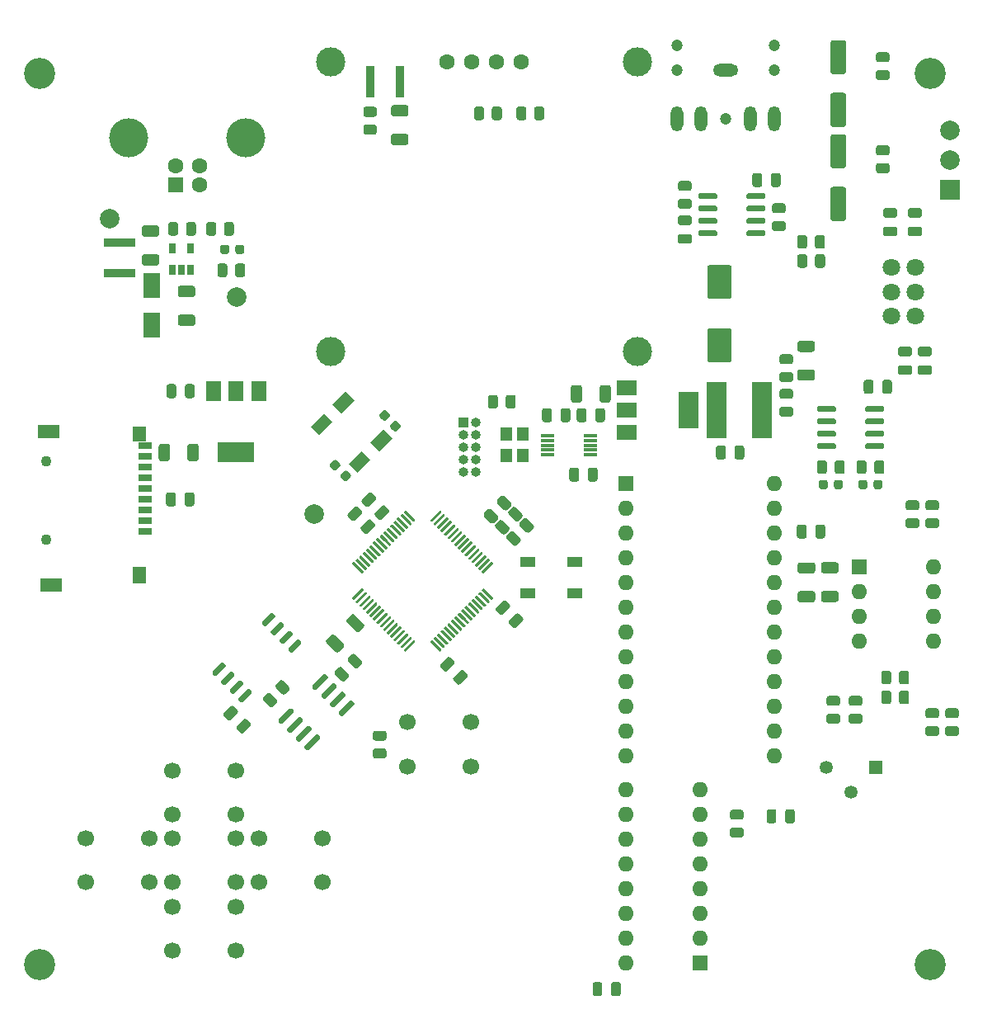
<source format=gbr>
G04 #@! TF.GenerationSoftware,KiCad,Pcbnew,(5.1.8)-1*
G04 #@! TF.CreationDate,2020-12-22T19:01:30-08:00*
G04 #@! TF.ProjectId,MegaBlaster2,4d656761-426c-4617-9374-6572322e6b69,rev?*
G04 #@! TF.SameCoordinates,Original*
G04 #@! TF.FileFunction,Soldermask,Top*
G04 #@! TF.FilePolarity,Negative*
%FSLAX46Y46*%
G04 Gerber Fmt 4.6, Leading zero omitted, Abs format (unit mm)*
G04 Created by KiCad (PCBNEW (5.1.8)-1) date 2020-12-22 19:01:30*
%MOMM*%
%LPD*%
G01*
G04 APERTURE LIST*
%ADD10R,1.346200X1.346200*%
%ADD11C,1.346200*%
%ADD12R,1.600000X1.600000*%
%ADD13C,1.600000*%
%ADD14C,4.000000*%
%ADD15R,2.000000X2.000000*%
%ADD16C,3.200000*%
%ADD17C,3.000000*%
%ADD18C,1.100000*%
%ADD19R,2.200000X1.400000*%
%ADD20R,1.400000X1.800000*%
%ADD21R,1.400000X1.600000*%
%ADD22R,1.400000X0.700000*%
%ADD23R,1.800000X2.500000*%
%ADD24R,1.500000X1.000000*%
%ADD25R,1.000000X1.000000*%
%ADD26O,1.000000X1.000000*%
%ADD27O,1.300000X2.600000*%
%ADD28O,2.600000X1.300000*%
%ADD29C,1.200000*%
%ADD30R,3.300000X0.950000*%
%ADD31R,0.950000X3.300000*%
%ADD32R,2.000000X5.800000*%
%ADD33C,1.800000*%
%ADD34C,1.700000*%
%ADD35O,1.600000X1.600000*%
%ADD36C,2.000000*%
%ADD37R,0.650000X1.060000*%
%ADD38R,3.800000X2.000000*%
%ADD39R,1.500000X2.000000*%
%ADD40R,2.000000X1.500000*%
%ADD41R,2.000000X3.800000*%
%ADD42R,1.400000X0.300000*%
%ADD43C,0.100000*%
%ADD44R,1.200000X1.400000*%
G04 APERTURE END LIST*
D10*
X173482000Y-116916200D03*
D11*
X170942000Y-119456200D03*
X168402000Y-116916200D03*
G36*
G01*
X125073134Y-90665899D02*
X125179200Y-90559833D01*
G75*
G02*
X125285266Y-90559833I53033J-53033D01*
G01*
X126222182Y-91496749D01*
G75*
G02*
X126222182Y-91602815I-53033J-53033D01*
G01*
X126116116Y-91708881D01*
G75*
G02*
X126010050Y-91708881I-53033J53033D01*
G01*
X125073134Y-90771965D01*
G75*
G02*
X125073134Y-90665899I53033J53033D01*
G01*
G37*
G36*
G01*
X124719581Y-91019453D02*
X124825647Y-90913387D01*
G75*
G02*
X124931713Y-90913387I53033J-53033D01*
G01*
X125868629Y-91850303D01*
G75*
G02*
X125868629Y-91956369I-53033J-53033D01*
G01*
X125762563Y-92062435D01*
G75*
G02*
X125656497Y-92062435I-53033J53033D01*
G01*
X124719581Y-91125519D01*
G75*
G02*
X124719581Y-91019453I53033J53033D01*
G01*
G37*
G36*
G01*
X124366027Y-91373006D02*
X124472093Y-91266940D01*
G75*
G02*
X124578159Y-91266940I53033J-53033D01*
G01*
X125515075Y-92203856D01*
G75*
G02*
X125515075Y-92309922I-53033J-53033D01*
G01*
X125409009Y-92415988D01*
G75*
G02*
X125302943Y-92415988I-53033J53033D01*
G01*
X124366027Y-91479072D01*
G75*
G02*
X124366027Y-91373006I53033J53033D01*
G01*
G37*
G36*
G01*
X124012474Y-91726560D02*
X124118540Y-91620494D01*
G75*
G02*
X124224606Y-91620494I53033J-53033D01*
G01*
X125161522Y-92557410D01*
G75*
G02*
X125161522Y-92663476I-53033J-53033D01*
G01*
X125055456Y-92769542D01*
G75*
G02*
X124949390Y-92769542I-53033J53033D01*
G01*
X124012474Y-91832626D01*
G75*
G02*
X124012474Y-91726560I53033J53033D01*
G01*
G37*
G36*
G01*
X123658921Y-92080113D02*
X123764987Y-91974047D01*
G75*
G02*
X123871053Y-91974047I53033J-53033D01*
G01*
X124807969Y-92910963D01*
G75*
G02*
X124807969Y-93017029I-53033J-53033D01*
G01*
X124701903Y-93123095D01*
G75*
G02*
X124595837Y-93123095I-53033J53033D01*
G01*
X123658921Y-92186179D01*
G75*
G02*
X123658921Y-92080113I53033J53033D01*
G01*
G37*
G36*
G01*
X123305367Y-92433666D02*
X123411433Y-92327600D01*
G75*
G02*
X123517499Y-92327600I53033J-53033D01*
G01*
X124454415Y-93264516D01*
G75*
G02*
X124454415Y-93370582I-53033J-53033D01*
G01*
X124348349Y-93476648D01*
G75*
G02*
X124242283Y-93476648I-53033J53033D01*
G01*
X123305367Y-92539732D01*
G75*
G02*
X123305367Y-92433666I53033J53033D01*
G01*
G37*
G36*
G01*
X122951814Y-92787220D02*
X123057880Y-92681154D01*
G75*
G02*
X123163946Y-92681154I53033J-53033D01*
G01*
X124100862Y-93618070D01*
G75*
G02*
X124100862Y-93724136I-53033J-53033D01*
G01*
X123994796Y-93830202D01*
G75*
G02*
X123888730Y-93830202I-53033J53033D01*
G01*
X122951814Y-92893286D01*
G75*
G02*
X122951814Y-92787220I53033J53033D01*
G01*
G37*
G36*
G01*
X122598261Y-93140773D02*
X122704327Y-93034707D01*
G75*
G02*
X122810393Y-93034707I53033J-53033D01*
G01*
X123747309Y-93971623D01*
G75*
G02*
X123747309Y-94077689I-53033J-53033D01*
G01*
X123641243Y-94183755D01*
G75*
G02*
X123535177Y-94183755I-53033J53033D01*
G01*
X122598261Y-93246839D01*
G75*
G02*
X122598261Y-93140773I53033J53033D01*
G01*
G37*
G36*
G01*
X122244707Y-93494327D02*
X122350773Y-93388261D01*
G75*
G02*
X122456839Y-93388261I53033J-53033D01*
G01*
X123393755Y-94325177D01*
G75*
G02*
X123393755Y-94431243I-53033J-53033D01*
G01*
X123287689Y-94537309D01*
G75*
G02*
X123181623Y-94537309I-53033J53033D01*
G01*
X122244707Y-93600393D01*
G75*
G02*
X122244707Y-93494327I53033J53033D01*
G01*
G37*
G36*
G01*
X121891154Y-93847880D02*
X121997220Y-93741814D01*
G75*
G02*
X122103286Y-93741814I53033J-53033D01*
G01*
X123040202Y-94678730D01*
G75*
G02*
X123040202Y-94784796I-53033J-53033D01*
G01*
X122934136Y-94890862D01*
G75*
G02*
X122828070Y-94890862I-53033J53033D01*
G01*
X121891154Y-93953946D01*
G75*
G02*
X121891154Y-93847880I53033J53033D01*
G01*
G37*
G36*
G01*
X121537600Y-94201433D02*
X121643666Y-94095367D01*
G75*
G02*
X121749732Y-94095367I53033J-53033D01*
G01*
X122686648Y-95032283D01*
G75*
G02*
X122686648Y-95138349I-53033J-53033D01*
G01*
X122580582Y-95244415D01*
G75*
G02*
X122474516Y-95244415I-53033J53033D01*
G01*
X121537600Y-94307499D01*
G75*
G02*
X121537600Y-94201433I53033J53033D01*
G01*
G37*
G36*
G01*
X121184047Y-94554987D02*
X121290113Y-94448921D01*
G75*
G02*
X121396179Y-94448921I53033J-53033D01*
G01*
X122333095Y-95385837D01*
G75*
G02*
X122333095Y-95491903I-53033J-53033D01*
G01*
X122227029Y-95597969D01*
G75*
G02*
X122120963Y-95597969I-53033J53033D01*
G01*
X121184047Y-94661053D01*
G75*
G02*
X121184047Y-94554987I53033J53033D01*
G01*
G37*
G36*
G01*
X120830494Y-94908540D02*
X120936560Y-94802474D01*
G75*
G02*
X121042626Y-94802474I53033J-53033D01*
G01*
X121979542Y-95739390D01*
G75*
G02*
X121979542Y-95845456I-53033J-53033D01*
G01*
X121873476Y-95951522D01*
G75*
G02*
X121767410Y-95951522I-53033J53033D01*
G01*
X120830494Y-95014606D01*
G75*
G02*
X120830494Y-94908540I53033J53033D01*
G01*
G37*
G36*
G01*
X120476940Y-95262093D02*
X120583006Y-95156027D01*
G75*
G02*
X120689072Y-95156027I53033J-53033D01*
G01*
X121625988Y-96092943D01*
G75*
G02*
X121625988Y-96199009I-53033J-53033D01*
G01*
X121519922Y-96305075D01*
G75*
G02*
X121413856Y-96305075I-53033J53033D01*
G01*
X120476940Y-95368159D01*
G75*
G02*
X120476940Y-95262093I53033J53033D01*
G01*
G37*
G36*
G01*
X120123387Y-95615647D02*
X120229453Y-95509581D01*
G75*
G02*
X120335519Y-95509581I53033J-53033D01*
G01*
X121272435Y-96446497D01*
G75*
G02*
X121272435Y-96552563I-53033J-53033D01*
G01*
X121166369Y-96658629D01*
G75*
G02*
X121060303Y-96658629I-53033J53033D01*
G01*
X120123387Y-95721713D01*
G75*
G02*
X120123387Y-95615647I53033J53033D01*
G01*
G37*
G36*
G01*
X119769833Y-95969200D02*
X119875899Y-95863134D01*
G75*
G02*
X119981965Y-95863134I53033J-53033D01*
G01*
X120918881Y-96800050D01*
G75*
G02*
X120918881Y-96906116I-53033J-53033D01*
G01*
X120812815Y-97012182D01*
G75*
G02*
X120706749Y-97012182I-53033J53033D01*
G01*
X119769833Y-96075266D01*
G75*
G02*
X119769833Y-95969200I53033J53033D01*
G01*
G37*
G36*
G01*
X119769833Y-99504734D02*
X120706749Y-98567818D01*
G75*
G02*
X120812815Y-98567818I53033J-53033D01*
G01*
X120918881Y-98673884D01*
G75*
G02*
X120918881Y-98779950I-53033J-53033D01*
G01*
X119981965Y-99716866D01*
G75*
G02*
X119875899Y-99716866I-53033J53033D01*
G01*
X119769833Y-99610800D01*
G75*
G02*
X119769833Y-99504734I53033J53033D01*
G01*
G37*
G36*
G01*
X120123387Y-99858287D02*
X121060303Y-98921371D01*
G75*
G02*
X121166369Y-98921371I53033J-53033D01*
G01*
X121272435Y-99027437D01*
G75*
G02*
X121272435Y-99133503I-53033J-53033D01*
G01*
X120335519Y-100070419D01*
G75*
G02*
X120229453Y-100070419I-53033J53033D01*
G01*
X120123387Y-99964353D01*
G75*
G02*
X120123387Y-99858287I53033J53033D01*
G01*
G37*
G36*
G01*
X120476940Y-100211841D02*
X121413856Y-99274925D01*
G75*
G02*
X121519922Y-99274925I53033J-53033D01*
G01*
X121625988Y-99380991D01*
G75*
G02*
X121625988Y-99487057I-53033J-53033D01*
G01*
X120689072Y-100423973D01*
G75*
G02*
X120583006Y-100423973I-53033J53033D01*
G01*
X120476940Y-100317907D01*
G75*
G02*
X120476940Y-100211841I53033J53033D01*
G01*
G37*
G36*
G01*
X120830494Y-100565394D02*
X121767410Y-99628478D01*
G75*
G02*
X121873476Y-99628478I53033J-53033D01*
G01*
X121979542Y-99734544D01*
G75*
G02*
X121979542Y-99840610I-53033J-53033D01*
G01*
X121042626Y-100777526D01*
G75*
G02*
X120936560Y-100777526I-53033J53033D01*
G01*
X120830494Y-100671460D01*
G75*
G02*
X120830494Y-100565394I53033J53033D01*
G01*
G37*
G36*
G01*
X121184047Y-100918947D02*
X122120963Y-99982031D01*
G75*
G02*
X122227029Y-99982031I53033J-53033D01*
G01*
X122333095Y-100088097D01*
G75*
G02*
X122333095Y-100194163I-53033J-53033D01*
G01*
X121396179Y-101131079D01*
G75*
G02*
X121290113Y-101131079I-53033J53033D01*
G01*
X121184047Y-101025013D01*
G75*
G02*
X121184047Y-100918947I53033J53033D01*
G01*
G37*
G36*
G01*
X121537600Y-101272501D02*
X122474516Y-100335585D01*
G75*
G02*
X122580582Y-100335585I53033J-53033D01*
G01*
X122686648Y-100441651D01*
G75*
G02*
X122686648Y-100547717I-53033J-53033D01*
G01*
X121749732Y-101484633D01*
G75*
G02*
X121643666Y-101484633I-53033J53033D01*
G01*
X121537600Y-101378567D01*
G75*
G02*
X121537600Y-101272501I53033J53033D01*
G01*
G37*
G36*
G01*
X121891154Y-101626054D02*
X122828070Y-100689138D01*
G75*
G02*
X122934136Y-100689138I53033J-53033D01*
G01*
X123040202Y-100795204D01*
G75*
G02*
X123040202Y-100901270I-53033J-53033D01*
G01*
X122103286Y-101838186D01*
G75*
G02*
X121997220Y-101838186I-53033J53033D01*
G01*
X121891154Y-101732120D01*
G75*
G02*
X121891154Y-101626054I53033J53033D01*
G01*
G37*
G36*
G01*
X122244707Y-101979607D02*
X123181623Y-101042691D01*
G75*
G02*
X123287689Y-101042691I53033J-53033D01*
G01*
X123393755Y-101148757D01*
G75*
G02*
X123393755Y-101254823I-53033J-53033D01*
G01*
X122456839Y-102191739D01*
G75*
G02*
X122350773Y-102191739I-53033J53033D01*
G01*
X122244707Y-102085673D01*
G75*
G02*
X122244707Y-101979607I53033J53033D01*
G01*
G37*
G36*
G01*
X122598261Y-102333161D02*
X123535177Y-101396245D01*
G75*
G02*
X123641243Y-101396245I53033J-53033D01*
G01*
X123747309Y-101502311D01*
G75*
G02*
X123747309Y-101608377I-53033J-53033D01*
G01*
X122810393Y-102545293D01*
G75*
G02*
X122704327Y-102545293I-53033J53033D01*
G01*
X122598261Y-102439227D01*
G75*
G02*
X122598261Y-102333161I53033J53033D01*
G01*
G37*
G36*
G01*
X122951814Y-102686714D02*
X123888730Y-101749798D01*
G75*
G02*
X123994796Y-101749798I53033J-53033D01*
G01*
X124100862Y-101855864D01*
G75*
G02*
X124100862Y-101961930I-53033J-53033D01*
G01*
X123163946Y-102898846D01*
G75*
G02*
X123057880Y-102898846I-53033J53033D01*
G01*
X122951814Y-102792780D01*
G75*
G02*
X122951814Y-102686714I53033J53033D01*
G01*
G37*
G36*
G01*
X123305367Y-103040268D02*
X124242283Y-102103352D01*
G75*
G02*
X124348349Y-102103352I53033J-53033D01*
G01*
X124454415Y-102209418D01*
G75*
G02*
X124454415Y-102315484I-53033J-53033D01*
G01*
X123517499Y-103252400D01*
G75*
G02*
X123411433Y-103252400I-53033J53033D01*
G01*
X123305367Y-103146334D01*
G75*
G02*
X123305367Y-103040268I53033J53033D01*
G01*
G37*
G36*
G01*
X123658921Y-103393821D02*
X124595837Y-102456905D01*
G75*
G02*
X124701903Y-102456905I53033J-53033D01*
G01*
X124807969Y-102562971D01*
G75*
G02*
X124807969Y-102669037I-53033J-53033D01*
G01*
X123871053Y-103605953D01*
G75*
G02*
X123764987Y-103605953I-53033J53033D01*
G01*
X123658921Y-103499887D01*
G75*
G02*
X123658921Y-103393821I53033J53033D01*
G01*
G37*
G36*
G01*
X124012474Y-103747374D02*
X124949390Y-102810458D01*
G75*
G02*
X125055456Y-102810458I53033J-53033D01*
G01*
X125161522Y-102916524D01*
G75*
G02*
X125161522Y-103022590I-53033J-53033D01*
G01*
X124224606Y-103959506D01*
G75*
G02*
X124118540Y-103959506I-53033J53033D01*
G01*
X124012474Y-103853440D01*
G75*
G02*
X124012474Y-103747374I53033J53033D01*
G01*
G37*
G36*
G01*
X124366027Y-104100928D02*
X125302943Y-103164012D01*
G75*
G02*
X125409009Y-103164012I53033J-53033D01*
G01*
X125515075Y-103270078D01*
G75*
G02*
X125515075Y-103376144I-53033J-53033D01*
G01*
X124578159Y-104313060D01*
G75*
G02*
X124472093Y-104313060I-53033J53033D01*
G01*
X124366027Y-104206994D01*
G75*
G02*
X124366027Y-104100928I53033J53033D01*
G01*
G37*
G36*
G01*
X124719581Y-104454481D02*
X125656497Y-103517565D01*
G75*
G02*
X125762563Y-103517565I53033J-53033D01*
G01*
X125868629Y-103623631D01*
G75*
G02*
X125868629Y-103729697I-53033J-53033D01*
G01*
X124931713Y-104666613D01*
G75*
G02*
X124825647Y-104666613I-53033J53033D01*
G01*
X124719581Y-104560547D01*
G75*
G02*
X124719581Y-104454481I53033J53033D01*
G01*
G37*
G36*
G01*
X125073134Y-104808035D02*
X126010050Y-103871119D01*
G75*
G02*
X126116116Y-103871119I53033J-53033D01*
G01*
X126222182Y-103977185D01*
G75*
G02*
X126222182Y-104083251I-53033J-53033D01*
G01*
X125285266Y-105020167D01*
G75*
G02*
X125179200Y-105020167I-53033J53033D01*
G01*
X125073134Y-104914101D01*
G75*
G02*
X125073134Y-104808035I53033J53033D01*
G01*
G37*
G36*
G01*
X127777818Y-103977185D02*
X127883884Y-103871119D01*
G75*
G02*
X127989950Y-103871119I53033J-53033D01*
G01*
X128926866Y-104808035D01*
G75*
G02*
X128926866Y-104914101I-53033J-53033D01*
G01*
X128820800Y-105020167D01*
G75*
G02*
X128714734Y-105020167I-53033J53033D01*
G01*
X127777818Y-104083251D01*
G75*
G02*
X127777818Y-103977185I53033J53033D01*
G01*
G37*
G36*
G01*
X128131371Y-103623631D02*
X128237437Y-103517565D01*
G75*
G02*
X128343503Y-103517565I53033J-53033D01*
G01*
X129280419Y-104454481D01*
G75*
G02*
X129280419Y-104560547I-53033J-53033D01*
G01*
X129174353Y-104666613D01*
G75*
G02*
X129068287Y-104666613I-53033J53033D01*
G01*
X128131371Y-103729697D01*
G75*
G02*
X128131371Y-103623631I53033J53033D01*
G01*
G37*
G36*
G01*
X128484925Y-103270078D02*
X128590991Y-103164012D01*
G75*
G02*
X128697057Y-103164012I53033J-53033D01*
G01*
X129633973Y-104100928D01*
G75*
G02*
X129633973Y-104206994I-53033J-53033D01*
G01*
X129527907Y-104313060D01*
G75*
G02*
X129421841Y-104313060I-53033J53033D01*
G01*
X128484925Y-103376144D01*
G75*
G02*
X128484925Y-103270078I53033J53033D01*
G01*
G37*
G36*
G01*
X128838478Y-102916524D02*
X128944544Y-102810458D01*
G75*
G02*
X129050610Y-102810458I53033J-53033D01*
G01*
X129987526Y-103747374D01*
G75*
G02*
X129987526Y-103853440I-53033J-53033D01*
G01*
X129881460Y-103959506D01*
G75*
G02*
X129775394Y-103959506I-53033J53033D01*
G01*
X128838478Y-103022590D01*
G75*
G02*
X128838478Y-102916524I53033J53033D01*
G01*
G37*
G36*
G01*
X129192031Y-102562971D02*
X129298097Y-102456905D01*
G75*
G02*
X129404163Y-102456905I53033J-53033D01*
G01*
X130341079Y-103393821D01*
G75*
G02*
X130341079Y-103499887I-53033J-53033D01*
G01*
X130235013Y-103605953D01*
G75*
G02*
X130128947Y-103605953I-53033J53033D01*
G01*
X129192031Y-102669037D01*
G75*
G02*
X129192031Y-102562971I53033J53033D01*
G01*
G37*
G36*
G01*
X129545585Y-102209418D02*
X129651651Y-102103352D01*
G75*
G02*
X129757717Y-102103352I53033J-53033D01*
G01*
X130694633Y-103040268D01*
G75*
G02*
X130694633Y-103146334I-53033J-53033D01*
G01*
X130588567Y-103252400D01*
G75*
G02*
X130482501Y-103252400I-53033J53033D01*
G01*
X129545585Y-102315484D01*
G75*
G02*
X129545585Y-102209418I53033J53033D01*
G01*
G37*
G36*
G01*
X129899138Y-101855864D02*
X130005204Y-101749798D01*
G75*
G02*
X130111270Y-101749798I53033J-53033D01*
G01*
X131048186Y-102686714D01*
G75*
G02*
X131048186Y-102792780I-53033J-53033D01*
G01*
X130942120Y-102898846D01*
G75*
G02*
X130836054Y-102898846I-53033J53033D01*
G01*
X129899138Y-101961930D01*
G75*
G02*
X129899138Y-101855864I53033J53033D01*
G01*
G37*
G36*
G01*
X130252691Y-101502311D02*
X130358757Y-101396245D01*
G75*
G02*
X130464823Y-101396245I53033J-53033D01*
G01*
X131401739Y-102333161D01*
G75*
G02*
X131401739Y-102439227I-53033J-53033D01*
G01*
X131295673Y-102545293D01*
G75*
G02*
X131189607Y-102545293I-53033J53033D01*
G01*
X130252691Y-101608377D01*
G75*
G02*
X130252691Y-101502311I53033J53033D01*
G01*
G37*
G36*
G01*
X130606245Y-101148757D02*
X130712311Y-101042691D01*
G75*
G02*
X130818377Y-101042691I53033J-53033D01*
G01*
X131755293Y-101979607D01*
G75*
G02*
X131755293Y-102085673I-53033J-53033D01*
G01*
X131649227Y-102191739D01*
G75*
G02*
X131543161Y-102191739I-53033J53033D01*
G01*
X130606245Y-101254823D01*
G75*
G02*
X130606245Y-101148757I53033J53033D01*
G01*
G37*
G36*
G01*
X130959798Y-100795204D02*
X131065864Y-100689138D01*
G75*
G02*
X131171930Y-100689138I53033J-53033D01*
G01*
X132108846Y-101626054D01*
G75*
G02*
X132108846Y-101732120I-53033J-53033D01*
G01*
X132002780Y-101838186D01*
G75*
G02*
X131896714Y-101838186I-53033J53033D01*
G01*
X130959798Y-100901270D01*
G75*
G02*
X130959798Y-100795204I53033J53033D01*
G01*
G37*
G36*
G01*
X131313352Y-100441651D02*
X131419418Y-100335585D01*
G75*
G02*
X131525484Y-100335585I53033J-53033D01*
G01*
X132462400Y-101272501D01*
G75*
G02*
X132462400Y-101378567I-53033J-53033D01*
G01*
X132356334Y-101484633D01*
G75*
G02*
X132250268Y-101484633I-53033J53033D01*
G01*
X131313352Y-100547717D01*
G75*
G02*
X131313352Y-100441651I53033J53033D01*
G01*
G37*
G36*
G01*
X131666905Y-100088097D02*
X131772971Y-99982031D01*
G75*
G02*
X131879037Y-99982031I53033J-53033D01*
G01*
X132815953Y-100918947D01*
G75*
G02*
X132815953Y-101025013I-53033J-53033D01*
G01*
X132709887Y-101131079D01*
G75*
G02*
X132603821Y-101131079I-53033J53033D01*
G01*
X131666905Y-100194163D01*
G75*
G02*
X131666905Y-100088097I53033J53033D01*
G01*
G37*
G36*
G01*
X132020458Y-99734544D02*
X132126524Y-99628478D01*
G75*
G02*
X132232590Y-99628478I53033J-53033D01*
G01*
X133169506Y-100565394D01*
G75*
G02*
X133169506Y-100671460I-53033J-53033D01*
G01*
X133063440Y-100777526D01*
G75*
G02*
X132957374Y-100777526I-53033J53033D01*
G01*
X132020458Y-99840610D01*
G75*
G02*
X132020458Y-99734544I53033J53033D01*
G01*
G37*
G36*
G01*
X132374012Y-99380991D02*
X132480078Y-99274925D01*
G75*
G02*
X132586144Y-99274925I53033J-53033D01*
G01*
X133523060Y-100211841D01*
G75*
G02*
X133523060Y-100317907I-53033J-53033D01*
G01*
X133416994Y-100423973D01*
G75*
G02*
X133310928Y-100423973I-53033J53033D01*
G01*
X132374012Y-99487057D01*
G75*
G02*
X132374012Y-99380991I53033J53033D01*
G01*
G37*
G36*
G01*
X132727565Y-99027437D02*
X132833631Y-98921371D01*
G75*
G02*
X132939697Y-98921371I53033J-53033D01*
G01*
X133876613Y-99858287D01*
G75*
G02*
X133876613Y-99964353I-53033J-53033D01*
G01*
X133770547Y-100070419D01*
G75*
G02*
X133664481Y-100070419I-53033J53033D01*
G01*
X132727565Y-99133503D01*
G75*
G02*
X132727565Y-99027437I53033J53033D01*
G01*
G37*
G36*
G01*
X133081119Y-98673884D02*
X133187185Y-98567818D01*
G75*
G02*
X133293251Y-98567818I53033J-53033D01*
G01*
X134230167Y-99504734D01*
G75*
G02*
X134230167Y-99610800I-53033J-53033D01*
G01*
X134124101Y-99716866D01*
G75*
G02*
X134018035Y-99716866I-53033J53033D01*
G01*
X133081119Y-98779950D01*
G75*
G02*
X133081119Y-98673884I53033J53033D01*
G01*
G37*
G36*
G01*
X133081119Y-96800050D02*
X134018035Y-95863134D01*
G75*
G02*
X134124101Y-95863134I53033J-53033D01*
G01*
X134230167Y-95969200D01*
G75*
G02*
X134230167Y-96075266I-53033J-53033D01*
G01*
X133293251Y-97012182D01*
G75*
G02*
X133187185Y-97012182I-53033J53033D01*
G01*
X133081119Y-96906116D01*
G75*
G02*
X133081119Y-96800050I53033J53033D01*
G01*
G37*
G36*
G01*
X132727565Y-96446497D02*
X133664481Y-95509581D01*
G75*
G02*
X133770547Y-95509581I53033J-53033D01*
G01*
X133876613Y-95615647D01*
G75*
G02*
X133876613Y-95721713I-53033J-53033D01*
G01*
X132939697Y-96658629D01*
G75*
G02*
X132833631Y-96658629I-53033J53033D01*
G01*
X132727565Y-96552563D01*
G75*
G02*
X132727565Y-96446497I53033J53033D01*
G01*
G37*
G36*
G01*
X132374012Y-96092943D02*
X133310928Y-95156027D01*
G75*
G02*
X133416994Y-95156027I53033J-53033D01*
G01*
X133523060Y-95262093D01*
G75*
G02*
X133523060Y-95368159I-53033J-53033D01*
G01*
X132586144Y-96305075D01*
G75*
G02*
X132480078Y-96305075I-53033J53033D01*
G01*
X132374012Y-96199009D01*
G75*
G02*
X132374012Y-96092943I53033J53033D01*
G01*
G37*
G36*
G01*
X132020458Y-95739390D02*
X132957374Y-94802474D01*
G75*
G02*
X133063440Y-94802474I53033J-53033D01*
G01*
X133169506Y-94908540D01*
G75*
G02*
X133169506Y-95014606I-53033J-53033D01*
G01*
X132232590Y-95951522D01*
G75*
G02*
X132126524Y-95951522I-53033J53033D01*
G01*
X132020458Y-95845456D01*
G75*
G02*
X132020458Y-95739390I53033J53033D01*
G01*
G37*
G36*
G01*
X131666905Y-95385837D02*
X132603821Y-94448921D01*
G75*
G02*
X132709887Y-94448921I53033J-53033D01*
G01*
X132815953Y-94554987D01*
G75*
G02*
X132815953Y-94661053I-53033J-53033D01*
G01*
X131879037Y-95597969D01*
G75*
G02*
X131772971Y-95597969I-53033J53033D01*
G01*
X131666905Y-95491903D01*
G75*
G02*
X131666905Y-95385837I53033J53033D01*
G01*
G37*
G36*
G01*
X131313352Y-95032283D02*
X132250268Y-94095367D01*
G75*
G02*
X132356334Y-94095367I53033J-53033D01*
G01*
X132462400Y-94201433D01*
G75*
G02*
X132462400Y-94307499I-53033J-53033D01*
G01*
X131525484Y-95244415D01*
G75*
G02*
X131419418Y-95244415I-53033J53033D01*
G01*
X131313352Y-95138349D01*
G75*
G02*
X131313352Y-95032283I53033J53033D01*
G01*
G37*
G36*
G01*
X130959798Y-94678730D02*
X131896714Y-93741814D01*
G75*
G02*
X132002780Y-93741814I53033J-53033D01*
G01*
X132108846Y-93847880D01*
G75*
G02*
X132108846Y-93953946I-53033J-53033D01*
G01*
X131171930Y-94890862D01*
G75*
G02*
X131065864Y-94890862I-53033J53033D01*
G01*
X130959798Y-94784796D01*
G75*
G02*
X130959798Y-94678730I53033J53033D01*
G01*
G37*
G36*
G01*
X130606245Y-94325177D02*
X131543161Y-93388261D01*
G75*
G02*
X131649227Y-93388261I53033J-53033D01*
G01*
X131755293Y-93494327D01*
G75*
G02*
X131755293Y-93600393I-53033J-53033D01*
G01*
X130818377Y-94537309D01*
G75*
G02*
X130712311Y-94537309I-53033J53033D01*
G01*
X130606245Y-94431243D01*
G75*
G02*
X130606245Y-94325177I53033J53033D01*
G01*
G37*
G36*
G01*
X130252691Y-93971623D02*
X131189607Y-93034707D01*
G75*
G02*
X131295673Y-93034707I53033J-53033D01*
G01*
X131401739Y-93140773D01*
G75*
G02*
X131401739Y-93246839I-53033J-53033D01*
G01*
X130464823Y-94183755D01*
G75*
G02*
X130358757Y-94183755I-53033J53033D01*
G01*
X130252691Y-94077689D01*
G75*
G02*
X130252691Y-93971623I53033J53033D01*
G01*
G37*
G36*
G01*
X129899138Y-93618070D02*
X130836054Y-92681154D01*
G75*
G02*
X130942120Y-92681154I53033J-53033D01*
G01*
X131048186Y-92787220D01*
G75*
G02*
X131048186Y-92893286I-53033J-53033D01*
G01*
X130111270Y-93830202D01*
G75*
G02*
X130005204Y-93830202I-53033J53033D01*
G01*
X129899138Y-93724136D01*
G75*
G02*
X129899138Y-93618070I53033J53033D01*
G01*
G37*
G36*
G01*
X129545585Y-93264516D02*
X130482501Y-92327600D01*
G75*
G02*
X130588567Y-92327600I53033J-53033D01*
G01*
X130694633Y-92433666D01*
G75*
G02*
X130694633Y-92539732I-53033J-53033D01*
G01*
X129757717Y-93476648D01*
G75*
G02*
X129651651Y-93476648I-53033J53033D01*
G01*
X129545585Y-93370582D01*
G75*
G02*
X129545585Y-93264516I53033J53033D01*
G01*
G37*
G36*
G01*
X129192031Y-92910963D02*
X130128947Y-91974047D01*
G75*
G02*
X130235013Y-91974047I53033J-53033D01*
G01*
X130341079Y-92080113D01*
G75*
G02*
X130341079Y-92186179I-53033J-53033D01*
G01*
X129404163Y-93123095D01*
G75*
G02*
X129298097Y-93123095I-53033J53033D01*
G01*
X129192031Y-93017029D01*
G75*
G02*
X129192031Y-92910963I53033J53033D01*
G01*
G37*
G36*
G01*
X128838478Y-92557410D02*
X129775394Y-91620494D01*
G75*
G02*
X129881460Y-91620494I53033J-53033D01*
G01*
X129987526Y-91726560D01*
G75*
G02*
X129987526Y-91832626I-53033J-53033D01*
G01*
X129050610Y-92769542D01*
G75*
G02*
X128944544Y-92769542I-53033J53033D01*
G01*
X128838478Y-92663476D01*
G75*
G02*
X128838478Y-92557410I53033J53033D01*
G01*
G37*
G36*
G01*
X128484925Y-92203856D02*
X129421841Y-91266940D01*
G75*
G02*
X129527907Y-91266940I53033J-53033D01*
G01*
X129633973Y-91373006D01*
G75*
G02*
X129633973Y-91479072I-53033J-53033D01*
G01*
X128697057Y-92415988D01*
G75*
G02*
X128590991Y-92415988I-53033J53033D01*
G01*
X128484925Y-92309922D01*
G75*
G02*
X128484925Y-92203856I53033J53033D01*
G01*
G37*
G36*
G01*
X128131371Y-91850303D02*
X129068287Y-90913387D01*
G75*
G02*
X129174353Y-90913387I53033J-53033D01*
G01*
X129280419Y-91019453D01*
G75*
G02*
X129280419Y-91125519I-53033J-53033D01*
G01*
X128343503Y-92062435D01*
G75*
G02*
X128237437Y-92062435I-53033J53033D01*
G01*
X128131371Y-91956369D01*
G75*
G02*
X128131371Y-91850303I53033J53033D01*
G01*
G37*
G36*
G01*
X127777818Y-91496749D02*
X128714734Y-90559833D01*
G75*
G02*
X128820800Y-90559833I53033J-53033D01*
G01*
X128926866Y-90665899D01*
G75*
G02*
X128926866Y-90771965I-53033J-53033D01*
G01*
X127989950Y-91708881D01*
G75*
G02*
X127883884Y-91708881I-53033J53033D01*
G01*
X127777818Y-91602815D01*
G75*
G02*
X127777818Y-91496749I53033J53033D01*
G01*
G37*
D12*
X101600000Y-57150000D03*
D13*
X104100000Y-57150000D03*
X104100000Y-55150000D03*
X101600000Y-55150000D03*
D14*
X108850000Y-52290000D03*
X96850000Y-52290000D03*
D15*
X181102000Y-57658000D03*
D16*
X179070000Y-137160000D03*
X87630000Y-137160000D03*
X179070000Y-45720000D03*
X87630000Y-45720000D03*
D17*
X117570000Y-44545000D03*
X117570000Y-74245000D03*
X149070000Y-44545000D03*
X149070000Y-74245000D03*
D13*
X129460000Y-44545000D03*
X132050000Y-44545000D03*
X134590000Y-44545000D03*
X137130000Y-44545000D03*
D18*
X88370000Y-93510000D03*
X88370000Y-85510000D03*
D19*
X88626000Y-82459000D03*
X88824000Y-98209000D03*
D20*
X97925000Y-97208000D03*
D21*
X97925000Y-82660000D03*
D22*
X98485000Y-83910000D03*
X98485000Y-85010000D03*
X98485000Y-86110000D03*
X98485000Y-87210000D03*
X98485000Y-88310000D03*
X98485000Y-89410000D03*
X98485000Y-90510000D03*
X98485000Y-91610000D03*
X98485000Y-92710000D03*
G36*
G01*
X124694975Y-82041421D02*
X124341421Y-82394975D01*
G75*
G02*
X124023223Y-82394975I-159099J159099D01*
G01*
X123705025Y-82076777D01*
G75*
G02*
X123705025Y-81758579I159099J159099D01*
G01*
X124058579Y-81405025D01*
G75*
G02*
X124376777Y-81405025I159099J-159099D01*
G01*
X124694975Y-81723223D01*
G75*
G02*
X124694975Y-82041421I-159099J-159099D01*
G01*
G37*
G36*
G01*
X123598959Y-80945405D02*
X123245405Y-81298959D01*
G75*
G02*
X122927207Y-81298959I-159099J159099D01*
G01*
X122609009Y-80980761D01*
G75*
G02*
X122609009Y-80662563I159099J159099D01*
G01*
X122962563Y-80309009D01*
G75*
G02*
X123280761Y-80309009I159099J-159099D01*
G01*
X123598959Y-80627207D01*
G75*
G02*
X123598959Y-80945405I-159099J-159099D01*
G01*
G37*
G36*
G01*
X135354073Y-90467678D02*
X134682322Y-89795927D01*
G75*
G02*
X134682322Y-89442373I176777J176777D01*
G01*
X135035875Y-89088820D01*
G75*
G02*
X135389429Y-89088820I176777J-176777D01*
G01*
X136061180Y-89760571D01*
G75*
G02*
X136061180Y-90114125I-176777J-176777D01*
G01*
X135707627Y-90467678D01*
G75*
G02*
X135354073Y-90467678I-176777J176777D01*
G01*
G37*
G36*
G01*
X134010571Y-91811180D02*
X133338820Y-91139429D01*
G75*
G02*
X133338820Y-90785875I176777J176777D01*
G01*
X133692373Y-90432322D01*
G75*
G02*
X134045927Y-90432322I176777J-176777D01*
G01*
X134717678Y-91104073D01*
G75*
G02*
X134717678Y-91457627I-176777J-176777D01*
G01*
X134364125Y-91811180D01*
G75*
G02*
X134010571Y-91811180I-176777J176777D01*
G01*
G37*
G36*
G01*
X119592983Y-87139429D02*
X119239429Y-87492983D01*
G75*
G02*
X118921231Y-87492983I-159099J159099D01*
G01*
X118603033Y-87174785D01*
G75*
G02*
X118603033Y-86856587I159099J159099D01*
G01*
X118956587Y-86503033D01*
G75*
G02*
X119274785Y-86503033I159099J-159099D01*
G01*
X119592983Y-86821231D01*
G75*
G02*
X119592983Y-87139429I-159099J-159099D01*
G01*
G37*
G36*
G01*
X118496967Y-86043413D02*
X118143413Y-86396967D01*
G75*
G02*
X117825215Y-86396967I-159099J159099D01*
G01*
X117507017Y-86078769D01*
G75*
G02*
X117507017Y-85760571I159099J159099D01*
G01*
X117860571Y-85407017D01*
G75*
G02*
X118178769Y-85407017I159099J-159099D01*
G01*
X118496967Y-85725215D01*
G75*
G02*
X118496967Y-86043413I-159099J-159099D01*
G01*
G37*
G36*
G01*
X135882322Y-101854073D02*
X136554073Y-101182322D01*
G75*
G02*
X136907627Y-101182322I176777J-176777D01*
G01*
X137261180Y-101535875D01*
G75*
G02*
X137261180Y-101889429I-176777J-176777D01*
G01*
X136589429Y-102561180D01*
G75*
G02*
X136235875Y-102561180I-176777J176777D01*
G01*
X135882322Y-102207627D01*
G75*
G02*
X135882322Y-101854073I176777J176777D01*
G01*
G37*
G36*
G01*
X134538820Y-100510571D02*
X135210571Y-99838820D01*
G75*
G02*
X135564125Y-99838820I176777J-176777D01*
G01*
X135917678Y-100192373D01*
G75*
G02*
X135917678Y-100545927I-176777J-176777D01*
G01*
X135245927Y-101217678D01*
G75*
G02*
X134892373Y-101217678I-176777J176777D01*
G01*
X134538820Y-100864125D01*
G75*
G02*
X134538820Y-100510571I176777J176777D01*
G01*
G37*
G36*
G01*
X122167678Y-89445927D02*
X121495927Y-90117678D01*
G75*
G02*
X121142373Y-90117678I-176777J176777D01*
G01*
X120788820Y-89764125D01*
G75*
G02*
X120788820Y-89410571I176777J176777D01*
G01*
X121460571Y-88738820D01*
G75*
G02*
X121814125Y-88738820I176777J-176777D01*
G01*
X122167678Y-89092373D01*
G75*
G02*
X122167678Y-89445927I-176777J-176777D01*
G01*
G37*
G36*
G01*
X123511180Y-90789429D02*
X122839429Y-91461180D01*
G75*
G02*
X122485875Y-91461180I-176777J176777D01*
G01*
X122132322Y-91107627D01*
G75*
G02*
X122132322Y-90754073I176777J176777D01*
G01*
X122804073Y-90082322D01*
G75*
G02*
X123157627Y-90082322I176777J-176777D01*
G01*
X123511180Y-90435875D01*
G75*
G02*
X123511180Y-90789429I-176777J-176777D01*
G01*
G37*
G36*
G01*
X120727678Y-90885927D02*
X120055927Y-91557678D01*
G75*
G02*
X119702373Y-91557678I-176777J176777D01*
G01*
X119348820Y-91204125D01*
G75*
G02*
X119348820Y-90850571I176777J176777D01*
G01*
X120020571Y-90178820D01*
G75*
G02*
X120374125Y-90178820I176777J-176777D01*
G01*
X120727678Y-90532373D01*
G75*
G02*
X120727678Y-90885927I-176777J-176777D01*
G01*
G37*
G36*
G01*
X122071180Y-92229429D02*
X121399429Y-92901180D01*
G75*
G02*
X121045875Y-92901180I-176777J176777D01*
G01*
X120692322Y-92547627D01*
G75*
G02*
X120692322Y-92194073I176777J176777D01*
G01*
X121364073Y-91522322D01*
G75*
G02*
X121717627Y-91522322I176777J-176777D01*
G01*
X122071180Y-91875875D01*
G75*
G02*
X122071180Y-92229429I-176777J-176777D01*
G01*
G37*
G36*
G01*
X128838820Y-106310571D02*
X129510571Y-105638820D01*
G75*
G02*
X129864125Y-105638820I176777J-176777D01*
G01*
X130217678Y-105992373D01*
G75*
G02*
X130217678Y-106345927I-176777J-176777D01*
G01*
X129545927Y-107017678D01*
G75*
G02*
X129192373Y-107017678I-176777J176777D01*
G01*
X128838820Y-106664125D01*
G75*
G02*
X128838820Y-106310571I176777J176777D01*
G01*
G37*
G36*
G01*
X130182322Y-107654073D02*
X130854073Y-106982322D01*
G75*
G02*
X131207627Y-106982322I176777J-176777D01*
G01*
X131561180Y-107335875D01*
G75*
G02*
X131561180Y-107689429I-176777J-176777D01*
G01*
X130889429Y-108361180D01*
G75*
G02*
X130535875Y-108361180I-176777J176777D01*
G01*
X130182322Y-108007627D01*
G75*
G02*
X130182322Y-107654073I176777J176777D01*
G01*
G37*
G36*
G01*
X117953983Y-103326776D02*
X118873224Y-104246017D01*
G75*
G02*
X118873224Y-104599569I-176776J-176776D01*
G01*
X118413603Y-105059190D01*
G75*
G02*
X118060051Y-105059190I-176776J176776D01*
G01*
X117140810Y-104139949D01*
G75*
G02*
X117140810Y-103786397I176776J176776D01*
G01*
X117600431Y-103326776D01*
G75*
G02*
X117953983Y-103326776I176776J-176776D01*
G01*
G37*
G36*
G01*
X120039949Y-101240810D02*
X120959190Y-102160051D01*
G75*
G02*
X120959190Y-102513603I-176776J-176776D01*
G01*
X120499569Y-102973224D01*
G75*
G02*
X120146017Y-102973224I-176776J176776D01*
G01*
X119226776Y-102053983D01*
G75*
G02*
X119226776Y-101700431I176776J176776D01*
G01*
X119686397Y-101240810D01*
G75*
G02*
X120039949Y-101240810I176776J-176776D01*
G01*
G37*
G36*
G01*
X98409999Y-64250000D02*
X99710001Y-64250000D01*
G75*
G02*
X99960000Y-64499999I0J-249999D01*
G01*
X99960000Y-65150001D01*
G75*
G02*
X99710001Y-65400000I-249999J0D01*
G01*
X98409999Y-65400000D01*
G75*
G02*
X98160000Y-65150001I0J249999D01*
G01*
X98160000Y-64499999D01*
G75*
G02*
X98409999Y-64250000I249999J0D01*
G01*
G37*
G36*
G01*
X98409999Y-61300000D02*
X99710001Y-61300000D01*
G75*
G02*
X99960000Y-61549999I0J-249999D01*
G01*
X99960000Y-62200001D01*
G75*
G02*
X99710001Y-62450000I-249999J0D01*
G01*
X98409999Y-62450000D01*
G75*
G02*
X98160000Y-62200001I0J249999D01*
G01*
X98160000Y-61549999D01*
G75*
G02*
X98409999Y-61300000I249999J0D01*
G01*
G37*
G36*
G01*
X135160571Y-92961180D02*
X134488820Y-92289429D01*
G75*
G02*
X134488820Y-91935875I176777J176777D01*
G01*
X134842373Y-91582322D01*
G75*
G02*
X135195927Y-91582322I176777J-176777D01*
G01*
X135867678Y-92254073D01*
G75*
G02*
X135867678Y-92607627I-176777J-176777D01*
G01*
X135514125Y-92961180D01*
G75*
G02*
X135160571Y-92961180I-176777J176777D01*
G01*
G37*
G36*
G01*
X136504073Y-91617678D02*
X135832322Y-90945927D01*
G75*
G02*
X135832322Y-90592373I176777J176777D01*
G01*
X136185875Y-90238820D01*
G75*
G02*
X136539429Y-90238820I176777J-176777D01*
G01*
X137211180Y-90910571D01*
G75*
G02*
X137211180Y-91264125I-176777J-176777D01*
G01*
X136857627Y-91617678D01*
G75*
G02*
X136504073Y-91617678I-176777J176777D01*
G01*
G37*
G36*
G01*
X136310571Y-94111180D02*
X135638820Y-93439429D01*
G75*
G02*
X135638820Y-93085875I176777J176777D01*
G01*
X135992373Y-92732322D01*
G75*
G02*
X136345927Y-92732322I176777J-176777D01*
G01*
X137017678Y-93404073D01*
G75*
G02*
X137017678Y-93757627I-176777J-176777D01*
G01*
X136664125Y-94111180D01*
G75*
G02*
X136310571Y-94111180I-176777J176777D01*
G01*
G37*
G36*
G01*
X137654073Y-92767678D02*
X136982322Y-92095927D01*
G75*
G02*
X136982322Y-91742373I176777J176777D01*
G01*
X137335875Y-91388820D01*
G75*
G02*
X137689429Y-91388820I176777J-176777D01*
G01*
X138361180Y-92060571D01*
G75*
G02*
X138361180Y-92414125I-176777J-176777D01*
G01*
X138007627Y-92767678D01*
G75*
G02*
X137654073Y-92767678I-176777J176777D01*
G01*
G37*
G36*
G01*
X107125000Y-63500000D02*
X107125000Y-64000000D01*
G75*
G02*
X106900000Y-64225000I-225000J0D01*
G01*
X106450000Y-64225000D01*
G75*
G02*
X106225000Y-64000000I0J225000D01*
G01*
X106225000Y-63500000D01*
G75*
G02*
X106450000Y-63275000I225000J0D01*
G01*
X106900000Y-63275000D01*
G75*
G02*
X107125000Y-63500000I0J-225000D01*
G01*
G37*
G36*
G01*
X108675000Y-63500000D02*
X108675000Y-64000000D01*
G75*
G02*
X108450000Y-64225000I-225000J0D01*
G01*
X108000000Y-64225000D01*
G75*
G02*
X107775000Y-64000000I0J225000D01*
G01*
X107775000Y-63500000D01*
G75*
G02*
X108000000Y-63275000I225000J0D01*
G01*
X108450000Y-63275000D01*
G75*
G02*
X108675000Y-63500000I0J-225000D01*
G01*
G37*
G36*
G01*
X103400001Y-68650000D02*
X102099999Y-68650000D01*
G75*
G02*
X101850000Y-68400001I0J249999D01*
G01*
X101850000Y-67749999D01*
G75*
G02*
X102099999Y-67500000I249999J0D01*
G01*
X103400001Y-67500000D01*
G75*
G02*
X103650000Y-67749999I0J-249999D01*
G01*
X103650000Y-68400001D01*
G75*
G02*
X103400001Y-68650000I-249999J0D01*
G01*
G37*
G36*
G01*
X103400001Y-71600000D02*
X102099999Y-71600000D01*
G75*
G02*
X101850000Y-71350001I0J249999D01*
G01*
X101850000Y-70699999D01*
G75*
G02*
X102099999Y-70450000I249999J0D01*
G01*
X103400001Y-70450000D01*
G75*
G02*
X103650000Y-70699999I0J-249999D01*
G01*
X103650000Y-71350001D01*
G75*
G02*
X103400001Y-71600000I-249999J0D01*
G01*
G37*
G36*
G01*
X125300001Y-53050000D02*
X123999999Y-53050000D01*
G75*
G02*
X123750000Y-52800001I0J249999D01*
G01*
X123750000Y-52149999D01*
G75*
G02*
X123999999Y-51900000I249999J0D01*
G01*
X125300001Y-51900000D01*
G75*
G02*
X125550000Y-52149999I0J-249999D01*
G01*
X125550000Y-52800001D01*
G75*
G02*
X125300001Y-53050000I-249999J0D01*
G01*
G37*
G36*
G01*
X125300001Y-50100000D02*
X123999999Y-50100000D01*
G75*
G02*
X123750000Y-49850001I0J249999D01*
G01*
X123750000Y-49199999D01*
G75*
G02*
X123999999Y-48950000I249999J0D01*
G01*
X125300001Y-48950000D01*
G75*
G02*
X125550000Y-49199999I0J-249999D01*
G01*
X125550000Y-49850001D01*
G75*
G02*
X125300001Y-50100000I-249999J0D01*
G01*
G37*
G36*
G01*
X103600000Y-77825000D02*
X103600000Y-78775000D01*
G75*
G02*
X103350000Y-79025000I-250000J0D01*
G01*
X102850000Y-79025000D01*
G75*
G02*
X102600000Y-78775000I0J250000D01*
G01*
X102600000Y-77825000D01*
G75*
G02*
X102850000Y-77575000I250000J0D01*
G01*
X103350000Y-77575000D01*
G75*
G02*
X103600000Y-77825000I0J-250000D01*
G01*
G37*
G36*
G01*
X101700000Y-77825000D02*
X101700000Y-78775000D01*
G75*
G02*
X101450000Y-79025000I-250000J0D01*
G01*
X100950000Y-79025000D01*
G75*
G02*
X100700000Y-78775000I0J250000D01*
G01*
X100700000Y-77825000D01*
G75*
G02*
X100950000Y-77575000I250000J0D01*
G01*
X101450000Y-77575000D01*
G75*
G02*
X101700000Y-77825000I0J-250000D01*
G01*
G37*
G36*
G01*
X143822000Y-80297000D02*
X143822000Y-81247000D01*
G75*
G02*
X143572000Y-81497000I-250000J0D01*
G01*
X143072000Y-81497000D01*
G75*
G02*
X142822000Y-81247000I0J250000D01*
G01*
X142822000Y-80297000D01*
G75*
G02*
X143072000Y-80047000I250000J0D01*
G01*
X143572000Y-80047000D01*
G75*
G02*
X143822000Y-80297000I0J-250000D01*
G01*
G37*
G36*
G01*
X145722000Y-80297000D02*
X145722000Y-81247000D01*
G75*
G02*
X145472000Y-81497000I-250000J0D01*
G01*
X144972000Y-81497000D01*
G75*
G02*
X144722000Y-81247000I0J250000D01*
G01*
X144722000Y-80297000D01*
G75*
G02*
X144972000Y-80047000I250000J0D01*
G01*
X145472000Y-80047000D01*
G75*
G02*
X145722000Y-80297000I0J-250000D01*
G01*
G37*
G36*
G01*
X139266000Y-81247000D02*
X139266000Y-80297000D01*
G75*
G02*
X139516000Y-80047000I250000J0D01*
G01*
X140016000Y-80047000D01*
G75*
G02*
X140266000Y-80297000I0J-250000D01*
G01*
X140266000Y-81247000D01*
G75*
G02*
X140016000Y-81497000I-250000J0D01*
G01*
X139516000Y-81497000D01*
G75*
G02*
X139266000Y-81247000I0J250000D01*
G01*
G37*
G36*
G01*
X141166000Y-81247000D02*
X141166000Y-80297000D01*
G75*
G02*
X141416000Y-80047000I250000J0D01*
G01*
X141916000Y-80047000D01*
G75*
G02*
X142166000Y-80297000I0J-250000D01*
G01*
X142166000Y-81247000D01*
G75*
G02*
X141916000Y-81497000I-250000J0D01*
G01*
X141416000Y-81497000D01*
G75*
G02*
X141166000Y-81247000I0J250000D01*
G01*
G37*
G36*
G01*
X118690571Y-108041180D02*
X118018820Y-107369429D01*
G75*
G02*
X118018820Y-107015875I176777J176777D01*
G01*
X118372373Y-106662322D01*
G75*
G02*
X118725927Y-106662322I176777J-176777D01*
G01*
X119397678Y-107334073D01*
G75*
G02*
X119397678Y-107687627I-176777J-176777D01*
G01*
X119044125Y-108041180D01*
G75*
G02*
X118690571Y-108041180I-176777J176777D01*
G01*
G37*
G36*
G01*
X120034073Y-106697678D02*
X119362322Y-106025927D01*
G75*
G02*
X119362322Y-105672373I176777J176777D01*
G01*
X119715875Y-105318820D01*
G75*
G02*
X120069429Y-105318820I176777J-176777D01*
G01*
X120741180Y-105990571D01*
G75*
G02*
X120741180Y-106344125I-176777J-176777D01*
G01*
X120387627Y-106697678D01*
G75*
G02*
X120034073Y-106697678I-176777J176777D01*
G01*
G37*
G36*
G01*
X107932322Y-112668073D02*
X108604073Y-111996322D01*
G75*
G02*
X108957627Y-111996322I176777J-176777D01*
G01*
X109311180Y-112349875D01*
G75*
G02*
X109311180Y-112703429I-176777J-176777D01*
G01*
X108639429Y-113375180D01*
G75*
G02*
X108285875Y-113375180I-176777J176777D01*
G01*
X107932322Y-113021627D01*
G75*
G02*
X107932322Y-112668073I176777J176777D01*
G01*
G37*
G36*
G01*
X106588820Y-111324571D02*
X107260571Y-110652820D01*
G75*
G02*
X107614125Y-110652820I176777J-176777D01*
G01*
X107967678Y-111006373D01*
G75*
G02*
X107967678Y-111359927I-176777J-176777D01*
G01*
X107295927Y-112031678D01*
G75*
G02*
X106942373Y-112031678I-176777J176777D01*
G01*
X106588820Y-111678125D01*
G75*
G02*
X106588820Y-111324571I176777J176777D01*
G01*
G37*
G36*
G01*
X101050000Y-83949999D02*
X101050000Y-85250001D01*
G75*
G02*
X100800001Y-85500000I-249999J0D01*
G01*
X100149999Y-85500000D01*
G75*
G02*
X99900000Y-85250001I0J249999D01*
G01*
X99900000Y-83949999D01*
G75*
G02*
X100149999Y-83700000I249999J0D01*
G01*
X100800001Y-83700000D01*
G75*
G02*
X101050000Y-83949999I0J-249999D01*
G01*
G37*
G36*
G01*
X104000000Y-83949999D02*
X104000000Y-85250001D01*
G75*
G02*
X103750001Y-85500000I-249999J0D01*
G01*
X103099999Y-85500000D01*
G75*
G02*
X102850000Y-85250001I0J249999D01*
G01*
X102850000Y-83949999D01*
G75*
G02*
X103099999Y-83700000I249999J0D01*
G01*
X103750001Y-83700000D01*
G75*
G02*
X104000000Y-83949999I0J-249999D01*
G01*
G37*
G36*
G01*
X146320000Y-77919999D02*
X146320000Y-79220001D01*
G75*
G02*
X146070001Y-79470000I-249999J0D01*
G01*
X145419999Y-79470000D01*
G75*
G02*
X145170000Y-79220001I0J249999D01*
G01*
X145170000Y-77919999D01*
G75*
G02*
X145419999Y-77670000I249999J0D01*
G01*
X146070001Y-77670000D01*
G75*
G02*
X146320000Y-77919999I0J-249999D01*
G01*
G37*
G36*
G01*
X143370000Y-77919999D02*
X143370000Y-79220001D01*
G75*
G02*
X143120001Y-79470000I-249999J0D01*
G01*
X142469999Y-79470000D01*
G75*
G02*
X142220000Y-79220001I0J249999D01*
G01*
X142220000Y-77919999D01*
G75*
G02*
X142469999Y-77670000I249999J0D01*
G01*
X143120001Y-77670000D01*
G75*
G02*
X143370000Y-77919999I0J-249999D01*
G01*
G37*
G36*
G01*
X143960000Y-87343000D02*
X143960000Y-86393000D01*
G75*
G02*
X144210000Y-86143000I250000J0D01*
G01*
X144710000Y-86143000D01*
G75*
G02*
X144960000Y-86393000I0J-250000D01*
G01*
X144960000Y-87343000D01*
G75*
G02*
X144710000Y-87593000I-250000J0D01*
G01*
X144210000Y-87593000D01*
G75*
G02*
X143960000Y-87343000I0J250000D01*
G01*
G37*
G36*
G01*
X142060000Y-87343000D02*
X142060000Y-86393000D01*
G75*
G02*
X142310000Y-86143000I250000J0D01*
G01*
X142810000Y-86143000D01*
G75*
G02*
X143060000Y-86393000I0J-250000D01*
G01*
X143060000Y-87343000D01*
G75*
G02*
X142810000Y-87593000I-250000J0D01*
G01*
X142310000Y-87593000D01*
G75*
G02*
X142060000Y-87343000I0J250000D01*
G01*
G37*
G36*
G01*
X158480000Y-75358000D02*
X156480000Y-75358000D01*
G75*
G02*
X156230000Y-75108000I0J250000D01*
G01*
X156230000Y-72108000D01*
G75*
G02*
X156480000Y-71858000I250000J0D01*
G01*
X158480000Y-71858000D01*
G75*
G02*
X158730000Y-72108000I0J-250000D01*
G01*
X158730000Y-75108000D01*
G75*
G02*
X158480000Y-75358000I-250000J0D01*
G01*
G37*
G36*
G01*
X158480000Y-68858000D02*
X156480000Y-68858000D01*
G75*
G02*
X156230000Y-68608000I0J250000D01*
G01*
X156230000Y-65608000D01*
G75*
G02*
X156480000Y-65358000I250000J0D01*
G01*
X158480000Y-65358000D01*
G75*
G02*
X158730000Y-65608000I0J-250000D01*
G01*
X158730000Y-68608000D01*
G75*
G02*
X158480000Y-68858000I-250000J0D01*
G01*
G37*
G36*
G01*
X103558000Y-88933000D02*
X103558000Y-89883000D01*
G75*
G02*
X103308000Y-90133000I-250000J0D01*
G01*
X102808000Y-90133000D01*
G75*
G02*
X102558000Y-89883000I0J250000D01*
G01*
X102558000Y-88933000D01*
G75*
G02*
X102808000Y-88683000I250000J0D01*
G01*
X103308000Y-88683000D01*
G75*
G02*
X103558000Y-88933000I0J-250000D01*
G01*
G37*
G36*
G01*
X101658000Y-88933000D02*
X101658000Y-89883000D01*
G75*
G02*
X101408000Y-90133000I-250000J0D01*
G01*
X100908000Y-90133000D01*
G75*
G02*
X100658000Y-89883000I0J250000D01*
G01*
X100658000Y-88933000D01*
G75*
G02*
X100908000Y-88683000I250000J0D01*
G01*
X101408000Y-88683000D01*
G75*
G02*
X101658000Y-88933000I0J-250000D01*
G01*
G37*
G36*
G01*
X145440000Y-139185000D02*
X145440000Y-140135000D01*
G75*
G02*
X145190000Y-140385000I-250000J0D01*
G01*
X144690000Y-140385000D01*
G75*
G02*
X144440000Y-140135000I0J250000D01*
G01*
X144440000Y-139185000D01*
G75*
G02*
X144690000Y-138935000I250000J0D01*
G01*
X145190000Y-138935000D01*
G75*
G02*
X145440000Y-139185000I0J-250000D01*
G01*
G37*
G36*
G01*
X147340000Y-139185000D02*
X147340000Y-140135000D01*
G75*
G02*
X147090000Y-140385000I-250000J0D01*
G01*
X146590000Y-140385000D01*
G75*
G02*
X146340000Y-140135000I0J250000D01*
G01*
X146340000Y-139185000D01*
G75*
G02*
X146590000Y-138935000I250000J0D01*
G01*
X147090000Y-138935000D01*
G75*
G02*
X147340000Y-139185000I0J-250000D01*
G01*
G37*
G36*
G01*
X160025000Y-84125000D02*
X160025000Y-85075000D01*
G75*
G02*
X159775000Y-85325000I-250000J0D01*
G01*
X159275000Y-85325000D01*
G75*
G02*
X159025000Y-85075000I0J250000D01*
G01*
X159025000Y-84125000D01*
G75*
G02*
X159275000Y-83875000I250000J0D01*
G01*
X159775000Y-83875000D01*
G75*
G02*
X160025000Y-84125000I0J-250000D01*
G01*
G37*
G36*
G01*
X158125000Y-84125000D02*
X158125000Y-85075000D01*
G75*
G02*
X157875000Y-85325000I-250000J0D01*
G01*
X157375000Y-85325000D01*
G75*
G02*
X157125000Y-85075000I0J250000D01*
G01*
X157125000Y-84125000D01*
G75*
G02*
X157375000Y-83875000I250000J0D01*
G01*
X157875000Y-83875000D01*
G75*
G02*
X158125000Y-84125000I0J-250000D01*
G01*
G37*
G36*
G01*
X167328000Y-93185000D02*
X167328000Y-92235000D01*
G75*
G02*
X167578000Y-91985000I250000J0D01*
G01*
X168078000Y-91985000D01*
G75*
G02*
X168328000Y-92235000I0J-250000D01*
G01*
X168328000Y-93185000D01*
G75*
G02*
X168078000Y-93435000I-250000J0D01*
G01*
X167578000Y-93435000D01*
G75*
G02*
X167328000Y-93185000I0J250000D01*
G01*
G37*
G36*
G01*
X165428000Y-93185000D02*
X165428000Y-92235000D01*
G75*
G02*
X165678000Y-91985000I250000J0D01*
G01*
X166178000Y-91985000D01*
G75*
G02*
X166428000Y-92235000I0J-250000D01*
G01*
X166428000Y-93185000D01*
G75*
G02*
X166178000Y-93435000I-250000J0D01*
G01*
X165678000Y-93435000D01*
G75*
G02*
X165428000Y-93185000I0J250000D01*
G01*
G37*
G36*
G01*
X153449000Y-62172000D02*
X154399000Y-62172000D01*
G75*
G02*
X154649000Y-62422000I0J-250000D01*
G01*
X154649000Y-62922000D01*
G75*
G02*
X154399000Y-63172000I-250000J0D01*
G01*
X153449000Y-63172000D01*
G75*
G02*
X153199000Y-62922000I0J250000D01*
G01*
X153199000Y-62422000D01*
G75*
G02*
X153449000Y-62172000I250000J0D01*
G01*
G37*
G36*
G01*
X153449000Y-60272000D02*
X154399000Y-60272000D01*
G75*
G02*
X154649000Y-60522000I0J-250000D01*
G01*
X154649000Y-61022000D01*
G75*
G02*
X154399000Y-61272000I-250000J0D01*
G01*
X153449000Y-61272000D01*
G75*
G02*
X153199000Y-61022000I0J250000D01*
G01*
X153199000Y-60522000D01*
G75*
G02*
X153449000Y-60272000I250000J0D01*
G01*
G37*
G36*
G01*
X175190000Y-77385000D02*
X175190000Y-78335000D01*
G75*
G02*
X174940000Y-78585000I-250000J0D01*
G01*
X174440000Y-78585000D01*
G75*
G02*
X174190000Y-78335000I0J250000D01*
G01*
X174190000Y-77385000D01*
G75*
G02*
X174440000Y-77135000I250000J0D01*
G01*
X174940000Y-77135000D01*
G75*
G02*
X175190000Y-77385000I0J-250000D01*
G01*
G37*
G36*
G01*
X173290000Y-77385000D02*
X173290000Y-78335000D01*
G75*
G02*
X173040000Y-78585000I-250000J0D01*
G01*
X172540000Y-78585000D01*
G75*
G02*
X172290000Y-78335000I0J250000D01*
G01*
X172290000Y-77385000D01*
G75*
G02*
X172540000Y-77135000I250000J0D01*
G01*
X173040000Y-77135000D01*
G75*
G02*
X173290000Y-77385000I0J-250000D01*
G01*
G37*
G36*
G01*
X160856000Y-57117000D02*
X160856000Y-56167000D01*
G75*
G02*
X161106000Y-55917000I250000J0D01*
G01*
X161606000Y-55917000D01*
G75*
G02*
X161856000Y-56167000I0J-250000D01*
G01*
X161856000Y-57117000D01*
G75*
G02*
X161606000Y-57367000I-250000J0D01*
G01*
X161106000Y-57367000D01*
G75*
G02*
X160856000Y-57117000I0J250000D01*
G01*
G37*
G36*
G01*
X162756000Y-57117000D02*
X162756000Y-56167000D01*
G75*
G02*
X163006000Y-55917000I250000J0D01*
G01*
X163506000Y-55917000D01*
G75*
G02*
X163756000Y-56167000I0J-250000D01*
G01*
X163756000Y-57117000D01*
G75*
G02*
X163506000Y-57367000I-250000J0D01*
G01*
X163006000Y-57367000D01*
G75*
G02*
X162756000Y-57117000I0J250000D01*
G01*
G37*
G36*
G01*
X164214000Y-122395000D02*
X164214000Y-121445000D01*
G75*
G02*
X164464000Y-121195000I250000J0D01*
G01*
X164964000Y-121195000D01*
G75*
G02*
X165214000Y-121445000I0J-250000D01*
G01*
X165214000Y-122395000D01*
G75*
G02*
X164964000Y-122645000I-250000J0D01*
G01*
X164464000Y-122645000D01*
G75*
G02*
X164214000Y-122395000I0J250000D01*
G01*
G37*
G36*
G01*
X162314000Y-122395000D02*
X162314000Y-121445000D01*
G75*
G02*
X162564000Y-121195000I250000J0D01*
G01*
X163064000Y-121195000D01*
G75*
G02*
X163314000Y-121445000I0J-250000D01*
G01*
X163314000Y-122395000D01*
G75*
G02*
X163064000Y-122645000I-250000J0D01*
G01*
X162564000Y-122645000D01*
G75*
G02*
X162314000Y-122395000I0J250000D01*
G01*
G37*
G36*
G01*
X165749999Y-98825000D02*
X167050001Y-98825000D01*
G75*
G02*
X167300000Y-99074999I0J-249999D01*
G01*
X167300000Y-99725001D01*
G75*
G02*
X167050001Y-99975000I-249999J0D01*
G01*
X165749999Y-99975000D01*
G75*
G02*
X165500000Y-99725001I0J249999D01*
G01*
X165500000Y-99074999D01*
G75*
G02*
X165749999Y-98825000I249999J0D01*
G01*
G37*
G36*
G01*
X165749999Y-95875000D02*
X167050001Y-95875000D01*
G75*
G02*
X167300000Y-96124999I0J-249999D01*
G01*
X167300000Y-96775001D01*
G75*
G02*
X167050001Y-97025000I-249999J0D01*
G01*
X165749999Y-97025000D01*
G75*
G02*
X165500000Y-96775001I0J249999D01*
G01*
X165500000Y-96124999D01*
G75*
G02*
X165749999Y-95875000I249999J0D01*
G01*
G37*
G36*
G01*
X169450001Y-99950000D02*
X168149999Y-99950000D01*
G75*
G02*
X167900000Y-99700001I0J249999D01*
G01*
X167900000Y-99049999D01*
G75*
G02*
X168149999Y-98800000I249999J0D01*
G01*
X169450001Y-98800000D01*
G75*
G02*
X169700000Y-99049999I0J-249999D01*
G01*
X169700000Y-99700001D01*
G75*
G02*
X169450001Y-99950000I-249999J0D01*
G01*
G37*
G36*
G01*
X169450001Y-97000000D02*
X168149999Y-97000000D01*
G75*
G02*
X167900000Y-96750001I0J249999D01*
G01*
X167900000Y-96099999D01*
G75*
G02*
X168149999Y-95850000I249999J0D01*
G01*
X169450001Y-95850000D01*
G75*
G02*
X169700000Y-96099999I0J-249999D01*
G01*
X169700000Y-96750001D01*
G75*
G02*
X169450001Y-97000000I-249999J0D01*
G01*
G37*
G36*
G01*
X168585000Y-87634000D02*
X168585000Y-88134000D01*
G75*
G02*
X168360000Y-88359000I-225000J0D01*
G01*
X167910000Y-88359000D01*
G75*
G02*
X167685000Y-88134000I0J225000D01*
G01*
X167685000Y-87634000D01*
G75*
G02*
X167910000Y-87409000I225000J0D01*
G01*
X168360000Y-87409000D01*
G75*
G02*
X168585000Y-87634000I0J-225000D01*
G01*
G37*
G36*
G01*
X170135000Y-87634000D02*
X170135000Y-88134000D01*
G75*
G02*
X169910000Y-88359000I-225000J0D01*
G01*
X169460000Y-88359000D01*
G75*
G02*
X169235000Y-88134000I0J225000D01*
G01*
X169235000Y-87634000D01*
G75*
G02*
X169460000Y-87409000I225000J0D01*
G01*
X169910000Y-87409000D01*
G75*
G02*
X170135000Y-87634000I0J-225000D01*
G01*
G37*
G36*
G01*
X171749000Y-88134000D02*
X171749000Y-87634000D01*
G75*
G02*
X171974000Y-87409000I225000J0D01*
G01*
X172424000Y-87409000D01*
G75*
G02*
X172649000Y-87634000I0J-225000D01*
G01*
X172649000Y-88134000D01*
G75*
G02*
X172424000Y-88359000I-225000J0D01*
G01*
X171974000Y-88359000D01*
G75*
G02*
X171749000Y-88134000I0J225000D01*
G01*
G37*
G36*
G01*
X173299000Y-88134000D02*
X173299000Y-87634000D01*
G75*
G02*
X173524000Y-87409000I225000J0D01*
G01*
X173974000Y-87409000D01*
G75*
G02*
X174199000Y-87634000I0J-225000D01*
G01*
X174199000Y-88134000D01*
G75*
G02*
X173974000Y-88359000I-225000J0D01*
G01*
X173524000Y-88359000D01*
G75*
G02*
X173299000Y-88134000I0J225000D01*
G01*
G37*
G36*
G01*
X170222000Y-51186000D02*
X169122000Y-51186000D01*
G75*
G02*
X168872000Y-50936000I0J250000D01*
G01*
X168872000Y-47936000D01*
G75*
G02*
X169122000Y-47686000I250000J0D01*
G01*
X170222000Y-47686000D01*
G75*
G02*
X170472000Y-47936000I0J-250000D01*
G01*
X170472000Y-50936000D01*
G75*
G02*
X170222000Y-51186000I-250000J0D01*
G01*
G37*
G36*
G01*
X170222000Y-45786000D02*
X169122000Y-45786000D01*
G75*
G02*
X168872000Y-45536000I0J250000D01*
G01*
X168872000Y-42536000D01*
G75*
G02*
X169122000Y-42286000I250000J0D01*
G01*
X170222000Y-42286000D01*
G75*
G02*
X170472000Y-42536000I0J-250000D01*
G01*
X170472000Y-45536000D01*
G75*
G02*
X170222000Y-45786000I-250000J0D01*
G01*
G37*
G36*
G01*
X170222000Y-55438000D02*
X169122000Y-55438000D01*
G75*
G02*
X168872000Y-55188000I0J250000D01*
G01*
X168872000Y-52188000D01*
G75*
G02*
X169122000Y-51938000I250000J0D01*
G01*
X170222000Y-51938000D01*
G75*
G02*
X170472000Y-52188000I0J-250000D01*
G01*
X170472000Y-55188000D01*
G75*
G02*
X170222000Y-55438000I-250000J0D01*
G01*
G37*
G36*
G01*
X170222000Y-60838000D02*
X169122000Y-60838000D01*
G75*
G02*
X168872000Y-60588000I0J250000D01*
G01*
X168872000Y-57588000D01*
G75*
G02*
X169122000Y-57338000I250000J0D01*
G01*
X170222000Y-57338000D01*
G75*
G02*
X170472000Y-57588000I0J-250000D01*
G01*
X170472000Y-60588000D01*
G75*
G02*
X170222000Y-60838000I-250000J0D01*
G01*
G37*
G36*
G01*
X178087000Y-73734000D02*
X179037000Y-73734000D01*
G75*
G02*
X179287000Y-73984000I0J-250000D01*
G01*
X179287000Y-74484000D01*
G75*
G02*
X179037000Y-74734000I-250000J0D01*
G01*
X178087000Y-74734000D01*
G75*
G02*
X177837000Y-74484000I0J250000D01*
G01*
X177837000Y-73984000D01*
G75*
G02*
X178087000Y-73734000I250000J0D01*
G01*
G37*
G36*
G01*
X178087000Y-75634000D02*
X179037000Y-75634000D01*
G75*
G02*
X179287000Y-75884000I0J-250000D01*
G01*
X179287000Y-76384000D01*
G75*
G02*
X179037000Y-76634000I-250000J0D01*
G01*
X178087000Y-76634000D01*
G75*
G02*
X177837000Y-76384000I0J250000D01*
G01*
X177837000Y-75884000D01*
G75*
G02*
X178087000Y-75634000I250000J0D01*
G01*
G37*
G36*
G01*
X176055000Y-73734000D02*
X177005000Y-73734000D01*
G75*
G02*
X177255000Y-73984000I0J-250000D01*
G01*
X177255000Y-74484000D01*
G75*
G02*
X177005000Y-74734000I-250000J0D01*
G01*
X176055000Y-74734000D01*
G75*
G02*
X175805000Y-74484000I0J250000D01*
G01*
X175805000Y-73984000D01*
G75*
G02*
X176055000Y-73734000I250000J0D01*
G01*
G37*
G36*
G01*
X176055000Y-75634000D02*
X177005000Y-75634000D01*
G75*
G02*
X177255000Y-75884000I0J-250000D01*
G01*
X177255000Y-76384000D01*
G75*
G02*
X177005000Y-76634000I-250000J0D01*
G01*
X176055000Y-76634000D01*
G75*
G02*
X175805000Y-76384000I0J250000D01*
G01*
X175805000Y-75884000D01*
G75*
G02*
X176055000Y-75634000I250000J0D01*
G01*
G37*
G36*
G01*
X177071000Y-61410000D02*
X178021000Y-61410000D01*
G75*
G02*
X178271000Y-61660000I0J-250000D01*
G01*
X178271000Y-62160000D01*
G75*
G02*
X178021000Y-62410000I-250000J0D01*
G01*
X177071000Y-62410000D01*
G75*
G02*
X176821000Y-62160000I0J250000D01*
G01*
X176821000Y-61660000D01*
G75*
G02*
X177071000Y-61410000I250000J0D01*
G01*
G37*
G36*
G01*
X177071000Y-59510000D02*
X178021000Y-59510000D01*
G75*
G02*
X178271000Y-59760000I0J-250000D01*
G01*
X178271000Y-60260000D01*
G75*
G02*
X178021000Y-60510000I-250000J0D01*
G01*
X177071000Y-60510000D01*
G75*
G02*
X176821000Y-60260000I0J250000D01*
G01*
X176821000Y-59760000D01*
G75*
G02*
X177071000Y-59510000I250000J0D01*
G01*
G37*
G36*
G01*
X174531000Y-59510000D02*
X175481000Y-59510000D01*
G75*
G02*
X175731000Y-59760000I0J-250000D01*
G01*
X175731000Y-60260000D01*
G75*
G02*
X175481000Y-60510000I-250000J0D01*
G01*
X174531000Y-60510000D01*
G75*
G02*
X174281000Y-60260000I0J250000D01*
G01*
X174281000Y-59760000D01*
G75*
G02*
X174531000Y-59510000I250000J0D01*
G01*
G37*
G36*
G01*
X174531000Y-61410000D02*
X175481000Y-61410000D01*
G75*
G02*
X175731000Y-61660000I0J-250000D01*
G01*
X175731000Y-62160000D01*
G75*
G02*
X175481000Y-62410000I-250000J0D01*
G01*
X174531000Y-62410000D01*
G75*
G02*
X174281000Y-62160000I0J250000D01*
G01*
X174281000Y-61660000D01*
G75*
G02*
X174531000Y-61410000I250000J0D01*
G01*
G37*
G36*
G01*
X167020001Y-77234000D02*
X165719999Y-77234000D01*
G75*
G02*
X165470000Y-76984001I0J249999D01*
G01*
X165470000Y-76333999D01*
G75*
G02*
X165719999Y-76084000I249999J0D01*
G01*
X167020001Y-76084000D01*
G75*
G02*
X167270000Y-76333999I0J-249999D01*
G01*
X167270000Y-76984001D01*
G75*
G02*
X167020001Y-77234000I-249999J0D01*
G01*
G37*
G36*
G01*
X167020001Y-74284000D02*
X165719999Y-74284000D01*
G75*
G02*
X165470000Y-74034001I0J249999D01*
G01*
X165470000Y-73383999D01*
G75*
G02*
X165719999Y-73134000I249999J0D01*
G01*
X167020001Y-73134000D01*
G75*
G02*
X167270000Y-73383999I0J-249999D01*
G01*
X167270000Y-74034001D01*
G75*
G02*
X167020001Y-74284000I-249999J0D01*
G01*
G37*
D23*
X99200000Y-71500000D03*
X99200000Y-67500000D03*
D24*
X142650000Y-99000000D03*
X142650000Y-95800000D03*
X137750000Y-99000000D03*
X137750000Y-95800000D03*
D25*
X131200000Y-81550000D03*
D26*
X132470000Y-81550000D03*
X131200000Y-82820000D03*
X132470000Y-82820000D03*
X131200000Y-84090000D03*
X132470000Y-84090000D03*
X131200000Y-85360000D03*
X132470000Y-85360000D03*
X131200000Y-86630000D03*
X132470000Y-86630000D03*
D27*
X153110000Y-50330000D03*
X163110000Y-50330000D03*
X160610000Y-50330000D03*
X155610000Y-50330000D03*
D28*
X158110000Y-45330000D03*
D29*
X158110000Y-50330000D03*
X163110000Y-45330000D03*
X163110000Y-42830000D03*
X153110000Y-45330000D03*
X153110000Y-42830000D03*
D30*
X95900000Y-63100000D03*
X95900000Y-66150000D03*
D31*
X124650000Y-46550000D03*
X121600000Y-46550000D03*
D32*
X161798000Y-80264000D03*
X157198000Y-80264000D03*
G36*
G01*
X123030001Y-114170000D02*
X122129999Y-114170000D01*
G75*
G02*
X121880000Y-113920001I0J249999D01*
G01*
X121880000Y-113394999D01*
G75*
G02*
X122129999Y-113145000I249999J0D01*
G01*
X123030001Y-113145000D01*
G75*
G02*
X123280000Y-113394999I0J-249999D01*
G01*
X123280000Y-113920001D01*
G75*
G02*
X123030001Y-114170000I-249999J0D01*
G01*
G37*
G36*
G01*
X123030001Y-115995000D02*
X122129999Y-115995000D01*
G75*
G02*
X121880000Y-115745001I0J249999D01*
G01*
X121880000Y-115219999D01*
G75*
G02*
X122129999Y-114970000I249999J0D01*
G01*
X123030001Y-114970000D01*
G75*
G02*
X123280000Y-115219999I0J-249999D01*
G01*
X123280000Y-115745001D01*
G75*
G02*
X123030001Y-115995000I-249999J0D01*
G01*
G37*
G36*
G01*
X135528000Y-79840001D02*
X135528000Y-78939999D01*
G75*
G02*
X135777999Y-78690000I249999J0D01*
G01*
X136303001Y-78690000D01*
G75*
G02*
X136553000Y-78939999I0J-249999D01*
G01*
X136553000Y-79840001D01*
G75*
G02*
X136303001Y-80090000I-249999J0D01*
G01*
X135777999Y-80090000D01*
G75*
G02*
X135528000Y-79840001I0J249999D01*
G01*
G37*
G36*
G01*
X133703000Y-79840001D02*
X133703000Y-78939999D01*
G75*
G02*
X133952999Y-78690000I249999J0D01*
G01*
X134478001Y-78690000D01*
G75*
G02*
X134728000Y-78939999I0J-249999D01*
G01*
X134728000Y-79840001D01*
G75*
G02*
X134478001Y-80090000I-249999J0D01*
G01*
X133952999Y-80090000D01*
G75*
G02*
X133703000Y-79840001I0J249999D01*
G01*
G37*
G36*
G01*
X102700000Y-62100001D02*
X102700000Y-61199999D01*
G75*
G02*
X102949999Y-60950000I249999J0D01*
G01*
X103475001Y-60950000D01*
G75*
G02*
X103725000Y-61199999I0J-249999D01*
G01*
X103725000Y-62100001D01*
G75*
G02*
X103475001Y-62350000I-249999J0D01*
G01*
X102949999Y-62350000D01*
G75*
G02*
X102700000Y-62100001I0J249999D01*
G01*
G37*
G36*
G01*
X100875000Y-62100001D02*
X100875000Y-61199999D01*
G75*
G02*
X101124999Y-60950000I249999J0D01*
G01*
X101650001Y-60950000D01*
G75*
G02*
X101900000Y-61199999I0J-249999D01*
G01*
X101900000Y-62100001D01*
G75*
G02*
X101650001Y-62350000I-249999J0D01*
G01*
X101124999Y-62350000D01*
G75*
G02*
X100875000Y-62100001I0J249999D01*
G01*
G37*
G36*
G01*
X106600000Y-62100001D02*
X106600000Y-61199999D01*
G75*
G02*
X106849999Y-60950000I249999J0D01*
G01*
X107375001Y-60950000D01*
G75*
G02*
X107625000Y-61199999I0J-249999D01*
G01*
X107625000Y-62100001D01*
G75*
G02*
X107375001Y-62350000I-249999J0D01*
G01*
X106849999Y-62350000D01*
G75*
G02*
X106600000Y-62100001I0J249999D01*
G01*
G37*
G36*
G01*
X104775000Y-62100001D02*
X104775000Y-61199999D01*
G75*
G02*
X105024999Y-60950000I249999J0D01*
G01*
X105550001Y-60950000D01*
G75*
G02*
X105800000Y-61199999I0J-249999D01*
G01*
X105800000Y-62100001D01*
G75*
G02*
X105550001Y-62350000I-249999J0D01*
G01*
X105024999Y-62350000D01*
G75*
G02*
X104775000Y-62100001I0J249999D01*
G01*
G37*
G36*
G01*
X108775000Y-65449999D02*
X108775000Y-66350001D01*
G75*
G02*
X108525001Y-66600000I-249999J0D01*
G01*
X107999999Y-66600000D01*
G75*
G02*
X107750000Y-66350001I0J249999D01*
G01*
X107750000Y-65449999D01*
G75*
G02*
X107999999Y-65200000I249999J0D01*
G01*
X108525001Y-65200000D01*
G75*
G02*
X108775000Y-65449999I0J-249999D01*
G01*
G37*
G36*
G01*
X106950000Y-65449999D02*
X106950000Y-66350001D01*
G75*
G02*
X106700001Y-66600000I-249999J0D01*
G01*
X106174999Y-66600000D01*
G75*
G02*
X105925000Y-66350001I0J249999D01*
G01*
X105925000Y-65449999D01*
G75*
G02*
X106174999Y-65200000I249999J0D01*
G01*
X106700001Y-65200000D01*
G75*
G02*
X106950000Y-65449999I0J-249999D01*
G01*
G37*
G36*
G01*
X132275000Y-50250001D02*
X132275000Y-49349999D01*
G75*
G02*
X132524999Y-49100000I249999J0D01*
G01*
X133050001Y-49100000D01*
G75*
G02*
X133300000Y-49349999I0J-249999D01*
G01*
X133300000Y-50250001D01*
G75*
G02*
X133050001Y-50500000I-249999J0D01*
G01*
X132524999Y-50500000D01*
G75*
G02*
X132275000Y-50250001I0J249999D01*
G01*
G37*
G36*
G01*
X134100000Y-50250001D02*
X134100000Y-49349999D01*
G75*
G02*
X134349999Y-49100000I249999J0D01*
G01*
X134875001Y-49100000D01*
G75*
G02*
X135125000Y-49349999I0J-249999D01*
G01*
X135125000Y-50250001D01*
G75*
G02*
X134875001Y-50500000I-249999J0D01*
G01*
X134349999Y-50500000D01*
G75*
G02*
X134100000Y-50250001I0J249999D01*
G01*
G37*
G36*
G01*
X139475000Y-49349999D02*
X139475000Y-50250001D01*
G75*
G02*
X139225001Y-50500000I-249999J0D01*
G01*
X138699999Y-50500000D01*
G75*
G02*
X138450000Y-50250001I0J249999D01*
G01*
X138450000Y-49349999D01*
G75*
G02*
X138699999Y-49100000I249999J0D01*
G01*
X139225001Y-49100000D01*
G75*
G02*
X139475000Y-49349999I0J-249999D01*
G01*
G37*
G36*
G01*
X137650000Y-49349999D02*
X137650000Y-50250001D01*
G75*
G02*
X137400001Y-50500000I-249999J0D01*
G01*
X136874999Y-50500000D01*
G75*
G02*
X136625000Y-50250001I0J249999D01*
G01*
X136625000Y-49349999D01*
G75*
G02*
X136874999Y-49100000I249999J0D01*
G01*
X137400001Y-49100000D01*
G75*
G02*
X137650000Y-49349999I0J-249999D01*
G01*
G37*
G36*
G01*
X121149999Y-49125000D02*
X122050001Y-49125000D01*
G75*
G02*
X122300000Y-49374999I0J-249999D01*
G01*
X122300000Y-49900001D01*
G75*
G02*
X122050001Y-50150000I-249999J0D01*
G01*
X121149999Y-50150000D01*
G75*
G02*
X120900000Y-49900001I0J249999D01*
G01*
X120900000Y-49374999D01*
G75*
G02*
X121149999Y-49125000I249999J0D01*
G01*
G37*
G36*
G01*
X121149999Y-50950000D02*
X122050001Y-50950000D01*
G75*
G02*
X122300000Y-51199999I0J-249999D01*
G01*
X122300000Y-51725001D01*
G75*
G02*
X122050001Y-51975000I-249999J0D01*
G01*
X121149999Y-51975000D01*
G75*
G02*
X120900000Y-51725001I0J249999D01*
G01*
X120900000Y-51199999D01*
G75*
G02*
X121149999Y-50950000I249999J0D01*
G01*
G37*
G36*
G01*
X112571042Y-109385356D02*
X111934644Y-108748958D01*
G75*
G02*
X111934644Y-108395406I176776J176776D01*
G01*
X112305876Y-108024174D01*
G75*
G02*
X112659428Y-108024174I176776J-176776D01*
G01*
X113295826Y-108660572D01*
G75*
G02*
X113295826Y-109014124I-176776J-176776D01*
G01*
X112924594Y-109385356D01*
G75*
G02*
X112571042Y-109385356I-176776J176776D01*
G01*
G37*
G36*
G01*
X111280572Y-110675826D02*
X110644174Y-110039428D01*
G75*
G02*
X110644174Y-109685876I176776J176776D01*
G01*
X111015406Y-109314644D01*
G75*
G02*
X111368958Y-109314644I176776J-176776D01*
G01*
X112005356Y-109951042D01*
G75*
G02*
X112005356Y-110304594I-176776J-176776D01*
G01*
X111634124Y-110675826D01*
G75*
G02*
X111280572Y-110675826I-176776J176776D01*
G01*
G37*
G36*
G01*
X166488001Y-64499999D02*
X166488001Y-65400001D01*
G75*
G02*
X166238002Y-65650000I-249999J0D01*
G01*
X165713000Y-65650000D01*
G75*
G02*
X165463001Y-65400001I0J249999D01*
G01*
X165463001Y-64499999D01*
G75*
G02*
X165713000Y-64250000I249999J0D01*
G01*
X166238002Y-64250000D01*
G75*
G02*
X166488001Y-64499999I0J-249999D01*
G01*
G37*
G36*
G01*
X168313001Y-64499999D02*
X168313001Y-65400001D01*
G75*
G02*
X168063002Y-65650000I-249999J0D01*
G01*
X167538000Y-65650000D01*
G75*
G02*
X167288001Y-65400001I0J249999D01*
G01*
X167288001Y-64499999D01*
G75*
G02*
X167538000Y-64250000I249999J0D01*
G01*
X168063002Y-64250000D01*
G75*
G02*
X168313001Y-64499999I0J-249999D01*
G01*
G37*
G36*
G01*
X153473999Y-56741000D02*
X154374001Y-56741000D01*
G75*
G02*
X154624000Y-56990999I0J-249999D01*
G01*
X154624000Y-57516001D01*
G75*
G02*
X154374001Y-57766000I-249999J0D01*
G01*
X153473999Y-57766000D01*
G75*
G02*
X153224000Y-57516001I0J249999D01*
G01*
X153224000Y-56990999D01*
G75*
G02*
X153473999Y-56741000I249999J0D01*
G01*
G37*
G36*
G01*
X153473999Y-58566000D02*
X154374001Y-58566000D01*
G75*
G02*
X154624000Y-58815999I0J-249999D01*
G01*
X154624000Y-59341001D01*
G75*
G02*
X154374001Y-59591000I-249999J0D01*
G01*
X153473999Y-59591000D01*
G75*
G02*
X153224000Y-59341001I0J249999D01*
G01*
X153224000Y-58815999D01*
G75*
G02*
X153473999Y-58566000I249999J0D01*
G01*
G37*
G36*
G01*
X159708001Y-124107000D02*
X158807999Y-124107000D01*
G75*
G02*
X158558000Y-123857001I0J249999D01*
G01*
X158558000Y-123331999D01*
G75*
G02*
X158807999Y-123082000I249999J0D01*
G01*
X159708001Y-123082000D01*
G75*
G02*
X159958000Y-123331999I0J-249999D01*
G01*
X159958000Y-123857001D01*
G75*
G02*
X159708001Y-124107000I-249999J0D01*
G01*
G37*
G36*
G01*
X159708001Y-122282000D02*
X158807999Y-122282000D01*
G75*
G02*
X158558000Y-122032001I0J249999D01*
G01*
X158558000Y-121506999D01*
G75*
G02*
X158807999Y-121257000I249999J0D01*
G01*
X159708001Y-121257000D01*
G75*
G02*
X159958000Y-121506999I0J-249999D01*
G01*
X159958000Y-122032001D01*
G75*
G02*
X159708001Y-122282000I-249999J0D01*
G01*
G37*
G36*
G01*
X175114000Y-109277999D02*
X175114000Y-110178001D01*
G75*
G02*
X174864001Y-110428000I-249999J0D01*
G01*
X174338999Y-110428000D01*
G75*
G02*
X174089000Y-110178001I0J249999D01*
G01*
X174089000Y-109277999D01*
G75*
G02*
X174338999Y-109028000I249999J0D01*
G01*
X174864001Y-109028000D01*
G75*
G02*
X175114000Y-109277999I0J-249999D01*
G01*
G37*
G36*
G01*
X176939000Y-109277999D02*
X176939000Y-110178001D01*
G75*
G02*
X176689001Y-110428000I-249999J0D01*
G01*
X176163999Y-110428000D01*
G75*
G02*
X175914000Y-110178001I0J249999D01*
G01*
X175914000Y-109277999D01*
G75*
G02*
X176163999Y-109028000I249999J0D01*
G01*
X176689001Y-109028000D01*
G75*
G02*
X176939000Y-109277999I0J-249999D01*
G01*
G37*
G36*
G01*
X176939000Y-107245999D02*
X176939000Y-108146001D01*
G75*
G02*
X176689001Y-108396000I-249999J0D01*
G01*
X176163999Y-108396000D01*
G75*
G02*
X175914000Y-108146001I0J249999D01*
G01*
X175914000Y-107245999D01*
G75*
G02*
X176163999Y-106996000I249999J0D01*
G01*
X176689001Y-106996000D01*
G75*
G02*
X176939000Y-107245999I0J-249999D01*
G01*
G37*
G36*
G01*
X175114000Y-107245999D02*
X175114000Y-108146001D01*
G75*
G02*
X174864001Y-108396000I-249999J0D01*
G01*
X174338999Y-108396000D01*
G75*
G02*
X174089000Y-108146001I0J249999D01*
G01*
X174089000Y-107245999D01*
G75*
G02*
X174338999Y-106996000I249999J0D01*
G01*
X174864001Y-106996000D01*
G75*
G02*
X175114000Y-107245999I0J-249999D01*
G01*
G37*
G36*
G01*
X167485000Y-86556001D02*
X167485000Y-85655999D01*
G75*
G02*
X167734999Y-85406000I249999J0D01*
G01*
X168260001Y-85406000D01*
G75*
G02*
X168510000Y-85655999I0J-249999D01*
G01*
X168510000Y-86556001D01*
G75*
G02*
X168260001Y-86806000I-249999J0D01*
G01*
X167734999Y-86806000D01*
G75*
G02*
X167485000Y-86556001I0J249999D01*
G01*
G37*
G36*
G01*
X169310000Y-86556001D02*
X169310000Y-85655999D01*
G75*
G02*
X169559999Y-85406000I249999J0D01*
G01*
X170085001Y-85406000D01*
G75*
G02*
X170335000Y-85655999I0J-249999D01*
G01*
X170335000Y-86556001D01*
G75*
G02*
X170085001Y-86806000I-249999J0D01*
G01*
X169559999Y-86806000D01*
G75*
G02*
X169310000Y-86556001I0J249999D01*
G01*
G37*
G36*
G01*
X172574000Y-85655999D02*
X172574000Y-86556001D01*
G75*
G02*
X172324001Y-86806000I-249999J0D01*
G01*
X171798999Y-86806000D01*
G75*
G02*
X171549000Y-86556001I0J249999D01*
G01*
X171549000Y-85655999D01*
G75*
G02*
X171798999Y-85406000I249999J0D01*
G01*
X172324001Y-85406000D01*
G75*
G02*
X172574000Y-85655999I0J-249999D01*
G01*
G37*
G36*
G01*
X174399000Y-85655999D02*
X174399000Y-86556001D01*
G75*
G02*
X174149001Y-86806000I-249999J0D01*
G01*
X173623999Y-86806000D01*
G75*
G02*
X173374000Y-86556001I0J249999D01*
G01*
X173374000Y-85655999D01*
G75*
G02*
X173623999Y-85406000I249999J0D01*
G01*
X174149001Y-85406000D01*
G75*
G02*
X174399000Y-85655999I0J-249999D01*
G01*
G37*
G36*
G01*
X179774001Y-113693000D02*
X178873999Y-113693000D01*
G75*
G02*
X178624000Y-113443001I0J249999D01*
G01*
X178624000Y-112917999D01*
G75*
G02*
X178873999Y-112668000I249999J0D01*
G01*
X179774001Y-112668000D01*
G75*
G02*
X180024000Y-112917999I0J-249999D01*
G01*
X180024000Y-113443001D01*
G75*
G02*
X179774001Y-113693000I-249999J0D01*
G01*
G37*
G36*
G01*
X179774001Y-111868000D02*
X178873999Y-111868000D01*
G75*
G02*
X178624000Y-111618001I0J249999D01*
G01*
X178624000Y-111092999D01*
G75*
G02*
X178873999Y-110843000I249999J0D01*
G01*
X179774001Y-110843000D01*
G75*
G02*
X180024000Y-111092999I0J-249999D01*
G01*
X180024000Y-111618001D01*
G75*
G02*
X179774001Y-111868000I-249999J0D01*
G01*
G37*
G36*
G01*
X163125999Y-59027000D02*
X164026001Y-59027000D01*
G75*
G02*
X164276000Y-59276999I0J-249999D01*
G01*
X164276000Y-59802001D01*
G75*
G02*
X164026001Y-60052000I-249999J0D01*
G01*
X163125999Y-60052000D01*
G75*
G02*
X162876000Y-59802001I0J249999D01*
G01*
X162876000Y-59276999D01*
G75*
G02*
X163125999Y-59027000I249999J0D01*
G01*
G37*
G36*
G01*
X163125999Y-60852000D02*
X164026001Y-60852000D01*
G75*
G02*
X164276000Y-61101999I0J-249999D01*
G01*
X164276000Y-61627001D01*
G75*
G02*
X164026001Y-61877000I-249999J0D01*
G01*
X163125999Y-61877000D01*
G75*
G02*
X162876000Y-61627001I0J249999D01*
G01*
X162876000Y-61101999D01*
G75*
G02*
X163125999Y-60852000I249999J0D01*
G01*
G37*
G36*
G01*
X167278000Y-63442001D02*
X167278000Y-62541999D01*
G75*
G02*
X167527999Y-62292000I249999J0D01*
G01*
X168053001Y-62292000D01*
G75*
G02*
X168303000Y-62541999I0J-249999D01*
G01*
X168303000Y-63442001D01*
G75*
G02*
X168053001Y-63692000I-249999J0D01*
G01*
X167527999Y-63692000D01*
G75*
G02*
X167278000Y-63442001I0J249999D01*
G01*
G37*
G36*
G01*
X165453000Y-63442001D02*
X165453000Y-62541999D01*
G75*
G02*
X165702999Y-62292000I249999J0D01*
G01*
X166228001Y-62292000D01*
G75*
G02*
X166478000Y-62541999I0J-249999D01*
G01*
X166478000Y-63442001D01*
G75*
G02*
X166228001Y-63692000I-249999J0D01*
G01*
X165702999Y-63692000D01*
G75*
G02*
X165453000Y-63442001I0J249999D01*
G01*
G37*
G36*
G01*
X170999999Y-111398000D02*
X171900001Y-111398000D01*
G75*
G02*
X172150000Y-111647999I0J-249999D01*
G01*
X172150000Y-112173001D01*
G75*
G02*
X171900001Y-112423000I-249999J0D01*
G01*
X170999999Y-112423000D01*
G75*
G02*
X170750000Y-112173001I0J249999D01*
G01*
X170750000Y-111647999D01*
G75*
G02*
X170999999Y-111398000I249999J0D01*
G01*
G37*
G36*
G01*
X170999999Y-109573000D02*
X171900001Y-109573000D01*
G75*
G02*
X172150000Y-109822999I0J-249999D01*
G01*
X172150000Y-110348001D01*
G75*
G02*
X171900001Y-110598000I-249999J0D01*
G01*
X170999999Y-110598000D01*
G75*
G02*
X170750000Y-110348001I0J249999D01*
G01*
X170750000Y-109822999D01*
G75*
G02*
X170999999Y-109573000I249999J0D01*
G01*
G37*
G36*
G01*
X169614001Y-110598000D02*
X168713999Y-110598000D01*
G75*
G02*
X168464000Y-110348001I0J249999D01*
G01*
X168464000Y-109822999D01*
G75*
G02*
X168713999Y-109573000I249999J0D01*
G01*
X169614001Y-109573000D01*
G75*
G02*
X169864000Y-109822999I0J-249999D01*
G01*
X169864000Y-110348001D01*
G75*
G02*
X169614001Y-110598000I-249999J0D01*
G01*
G37*
G36*
G01*
X169614001Y-112423000D02*
X168713999Y-112423000D01*
G75*
G02*
X168464000Y-112173001I0J249999D01*
G01*
X168464000Y-111647999D01*
G75*
G02*
X168713999Y-111398000I249999J0D01*
G01*
X169614001Y-111398000D01*
G75*
G02*
X169864000Y-111647999I0J-249999D01*
G01*
X169864000Y-112173001D01*
G75*
G02*
X169614001Y-112423000I-249999J0D01*
G01*
G37*
G36*
G01*
X181806001Y-111868000D02*
X180905999Y-111868000D01*
G75*
G02*
X180656000Y-111618001I0J249999D01*
G01*
X180656000Y-111092999D01*
G75*
G02*
X180905999Y-110843000I249999J0D01*
G01*
X181806001Y-110843000D01*
G75*
G02*
X182056000Y-111092999I0J-249999D01*
G01*
X182056000Y-111618001D01*
G75*
G02*
X181806001Y-111868000I-249999J0D01*
G01*
G37*
G36*
G01*
X181806001Y-113693000D02*
X180905999Y-113693000D01*
G75*
G02*
X180656000Y-113443001I0J249999D01*
G01*
X180656000Y-112917999D01*
G75*
G02*
X180905999Y-112668000I249999J0D01*
G01*
X181806001Y-112668000D01*
G75*
G02*
X182056000Y-112917999I0J-249999D01*
G01*
X182056000Y-113443001D01*
G75*
G02*
X181806001Y-113693000I-249999J0D01*
G01*
G37*
G36*
G01*
X178873999Y-89507000D02*
X179774001Y-89507000D01*
G75*
G02*
X180024000Y-89756999I0J-249999D01*
G01*
X180024000Y-90282001D01*
G75*
G02*
X179774001Y-90532000I-249999J0D01*
G01*
X178873999Y-90532000D01*
G75*
G02*
X178624000Y-90282001I0J249999D01*
G01*
X178624000Y-89756999D01*
G75*
G02*
X178873999Y-89507000I249999J0D01*
G01*
G37*
G36*
G01*
X178873999Y-91332000D02*
X179774001Y-91332000D01*
G75*
G02*
X180024000Y-91581999I0J-249999D01*
G01*
X180024000Y-92107001D01*
G75*
G02*
X179774001Y-92357000I-249999J0D01*
G01*
X178873999Y-92357000D01*
G75*
G02*
X178624000Y-92107001I0J249999D01*
G01*
X178624000Y-91581999D01*
G75*
G02*
X178873999Y-91332000I249999J0D01*
G01*
G37*
G36*
G01*
X177742001Y-90532000D02*
X176841999Y-90532000D01*
G75*
G02*
X176592000Y-90282001I0J249999D01*
G01*
X176592000Y-89756999D01*
G75*
G02*
X176841999Y-89507000I249999J0D01*
G01*
X177742001Y-89507000D01*
G75*
G02*
X177992000Y-89756999I0J-249999D01*
G01*
X177992000Y-90282001D01*
G75*
G02*
X177742001Y-90532000I-249999J0D01*
G01*
G37*
G36*
G01*
X177742001Y-92357000D02*
X176841999Y-92357000D01*
G75*
G02*
X176592000Y-92107001I0J249999D01*
G01*
X176592000Y-91581999D01*
G75*
G02*
X176841999Y-91332000I249999J0D01*
G01*
X177742001Y-91332000D01*
G75*
G02*
X177992000Y-91581999I0J-249999D01*
G01*
X177992000Y-92107001D01*
G75*
G02*
X177742001Y-92357000I-249999J0D01*
G01*
G37*
G36*
G01*
X174694001Y-44558000D02*
X173793999Y-44558000D01*
G75*
G02*
X173544000Y-44308001I0J249999D01*
G01*
X173544000Y-43782999D01*
G75*
G02*
X173793999Y-43533000I249999J0D01*
G01*
X174694001Y-43533000D01*
G75*
G02*
X174944000Y-43782999I0J-249999D01*
G01*
X174944000Y-44308001D01*
G75*
G02*
X174694001Y-44558000I-249999J0D01*
G01*
G37*
G36*
G01*
X174694001Y-46383000D02*
X173793999Y-46383000D01*
G75*
G02*
X173544000Y-46133001I0J249999D01*
G01*
X173544000Y-45607999D01*
G75*
G02*
X173793999Y-45358000I249999J0D01*
G01*
X174694001Y-45358000D01*
G75*
G02*
X174944000Y-45607999I0J-249999D01*
G01*
X174944000Y-46133001D01*
G75*
G02*
X174694001Y-46383000I-249999J0D01*
G01*
G37*
G36*
G01*
X174694001Y-55931500D02*
X173793999Y-55931500D01*
G75*
G02*
X173544000Y-55681501I0J249999D01*
G01*
X173544000Y-55156499D01*
G75*
G02*
X173793999Y-54906500I249999J0D01*
G01*
X174694001Y-54906500D01*
G75*
G02*
X174944000Y-55156499I0J-249999D01*
G01*
X174944000Y-55681501D01*
G75*
G02*
X174694001Y-55931500I-249999J0D01*
G01*
G37*
G36*
G01*
X174694001Y-54106500D02*
X173793999Y-54106500D01*
G75*
G02*
X173544000Y-53856501I0J249999D01*
G01*
X173544000Y-53331499D01*
G75*
G02*
X173793999Y-53081500I249999J0D01*
G01*
X174694001Y-53081500D01*
G75*
G02*
X174944000Y-53331499I0J-249999D01*
G01*
X174944000Y-53856501D01*
G75*
G02*
X174694001Y-54106500I-249999J0D01*
G01*
G37*
G36*
G01*
X163887999Y-76346000D02*
X164788001Y-76346000D01*
G75*
G02*
X165038000Y-76595999I0J-249999D01*
G01*
X165038000Y-77121001D01*
G75*
G02*
X164788001Y-77371000I-249999J0D01*
G01*
X163887999Y-77371000D01*
G75*
G02*
X163638000Y-77121001I0J249999D01*
G01*
X163638000Y-76595999D01*
G75*
G02*
X163887999Y-76346000I249999J0D01*
G01*
G37*
G36*
G01*
X163887999Y-74521000D02*
X164788001Y-74521000D01*
G75*
G02*
X165038000Y-74770999I0J-249999D01*
G01*
X165038000Y-75296001D01*
G75*
G02*
X164788001Y-75546000I-249999J0D01*
G01*
X163887999Y-75546000D01*
G75*
G02*
X163638000Y-75296001I0J249999D01*
G01*
X163638000Y-74770999D01*
G75*
G02*
X163887999Y-74521000I249999J0D01*
G01*
G37*
G36*
G01*
X163887999Y-78077000D02*
X164788001Y-78077000D01*
G75*
G02*
X165038000Y-78326999I0J-249999D01*
G01*
X165038000Y-78852001D01*
G75*
G02*
X164788001Y-79102000I-249999J0D01*
G01*
X163887999Y-79102000D01*
G75*
G02*
X163638000Y-78852001I0J249999D01*
G01*
X163638000Y-78326999D01*
G75*
G02*
X163887999Y-78077000I249999J0D01*
G01*
G37*
G36*
G01*
X163887999Y-79902000D02*
X164788001Y-79902000D01*
G75*
G02*
X165038000Y-80151999I0J-249999D01*
G01*
X165038000Y-80677001D01*
G75*
G02*
X164788001Y-80927000I-249999J0D01*
G01*
X163887999Y-80927000D01*
G75*
G02*
X163638000Y-80677001I0J249999D01*
G01*
X163638000Y-80151999D01*
G75*
G02*
X163887999Y-79902000I249999J0D01*
G01*
G37*
D33*
X177595001Y-65612000D03*
X177595001Y-68112000D03*
X177595001Y-70612000D03*
X175095001Y-65612000D03*
X175095001Y-68112000D03*
X175095001Y-70612000D03*
D34*
X125410000Y-112280000D03*
X131910000Y-112280000D03*
X125410000Y-116780000D03*
X131910000Y-116780000D03*
X98945000Y-128705000D03*
X92445000Y-128705000D03*
X98945000Y-124205000D03*
X92445000Y-124205000D03*
X101335000Y-131190000D03*
X107835000Y-131190000D03*
X101335000Y-135690000D03*
X107835000Y-135690000D03*
X116725000Y-128705000D03*
X110225000Y-128705000D03*
X116725000Y-124205000D03*
X110225000Y-124205000D03*
X101335000Y-117220000D03*
X107835000Y-117220000D03*
X101335000Y-121720000D03*
X107835000Y-121720000D03*
X107835000Y-128705000D03*
X101335000Y-128705000D03*
X107835000Y-124205000D03*
X101335000Y-124205000D03*
D12*
X171825000Y-96325000D03*
D35*
X179445000Y-103945000D03*
X171825000Y-98865000D03*
X179445000Y-101405000D03*
X171825000Y-101405000D03*
X179445000Y-98865000D03*
X171825000Y-103945000D03*
X179445000Y-96325000D03*
D36*
X115824000Y-90932000D03*
X181102000Y-54610000D03*
X181102000Y-51562000D03*
X107886500Y-68643500D03*
X94900000Y-60600000D03*
D37*
X101285000Y-65870000D03*
X102235000Y-65870000D03*
X103185000Y-65870000D03*
X103185000Y-63670000D03*
X101285000Y-63670000D03*
D38*
X107850000Y-84600000D03*
D39*
X107850000Y-78300000D03*
X105550000Y-78300000D03*
X110150000Y-78300000D03*
D40*
X147980000Y-77964000D03*
X147980000Y-82564000D03*
X147980000Y-80264000D03*
D41*
X154280000Y-80264000D03*
G36*
G01*
X114334242Y-103793703D02*
X114546374Y-104005835D01*
G75*
G02*
X114546374Y-104217967I-106066J-106066D01*
G01*
X113627136Y-105137205D01*
G75*
G02*
X113415004Y-105137205I-106066J106066D01*
G01*
X113202872Y-104925073D01*
G75*
G02*
X113202872Y-104712941I106066J106066D01*
G01*
X114122110Y-103793703D01*
G75*
G02*
X114334242Y-103793703I106066J-106066D01*
G01*
G37*
G36*
G01*
X113436216Y-102895677D02*
X113648348Y-103107809D01*
G75*
G02*
X113648348Y-103319941I-106066J-106066D01*
G01*
X112729110Y-104239179D01*
G75*
G02*
X112516978Y-104239179I-106066J106066D01*
G01*
X112304846Y-104027047D01*
G75*
G02*
X112304846Y-103814915I106066J106066D01*
G01*
X113224084Y-102895677D01*
G75*
G02*
X113436216Y-102895677I106066J-106066D01*
G01*
G37*
G36*
G01*
X112538191Y-101997652D02*
X112750323Y-102209784D01*
G75*
G02*
X112750323Y-102421916I-106066J-106066D01*
G01*
X111831085Y-103341154D01*
G75*
G02*
X111618953Y-103341154I-106066J106066D01*
G01*
X111406821Y-103129022D01*
G75*
G02*
X111406821Y-102916890I106066J106066D01*
G01*
X112326059Y-101997652D01*
G75*
G02*
X112538191Y-101997652I106066J-106066D01*
G01*
G37*
G36*
G01*
X111640165Y-101099626D02*
X111852297Y-101311758D01*
G75*
G02*
X111852297Y-101523890I-106066J-106066D01*
G01*
X110933059Y-102443128D01*
G75*
G02*
X110720927Y-102443128I-106066J106066D01*
G01*
X110508795Y-102230996D01*
G75*
G02*
X110508795Y-102018864I106066J106066D01*
G01*
X111428033Y-101099626D01*
G75*
G02*
X111640165Y-101099626I106066J-106066D01*
G01*
G37*
G36*
G01*
X106548996Y-106190795D02*
X106761128Y-106402927D01*
G75*
G02*
X106761128Y-106615059I-106066J-106066D01*
G01*
X105841890Y-107534297D01*
G75*
G02*
X105629758Y-107534297I-106066J106066D01*
G01*
X105417626Y-107322165D01*
G75*
G02*
X105417626Y-107110033I106066J106066D01*
G01*
X106336864Y-106190795D01*
G75*
G02*
X106548996Y-106190795I106066J-106066D01*
G01*
G37*
G36*
G01*
X107447022Y-107088821D02*
X107659154Y-107300953D01*
G75*
G02*
X107659154Y-107513085I-106066J-106066D01*
G01*
X106739916Y-108432323D01*
G75*
G02*
X106527784Y-108432323I-106066J106066D01*
G01*
X106315652Y-108220191D01*
G75*
G02*
X106315652Y-108008059I106066J106066D01*
G01*
X107234890Y-107088821D01*
G75*
G02*
X107447022Y-107088821I106066J-106066D01*
G01*
G37*
G36*
G01*
X108345047Y-107986846D02*
X108557179Y-108198978D01*
G75*
G02*
X108557179Y-108411110I-106066J-106066D01*
G01*
X107637941Y-109330348D01*
G75*
G02*
X107425809Y-109330348I-106066J106066D01*
G01*
X107213677Y-109118216D01*
G75*
G02*
X107213677Y-108906084I106066J106066D01*
G01*
X108132915Y-107986846D01*
G75*
G02*
X108345047Y-107986846I106066J-106066D01*
G01*
G37*
G36*
G01*
X109243073Y-108884872D02*
X109455205Y-109097004D01*
G75*
G02*
X109455205Y-109309136I-106066J-106066D01*
G01*
X108535967Y-110228374D01*
G75*
G02*
X108323835Y-110228374I-106066J106066D01*
G01*
X108111703Y-110016242D01*
G75*
G02*
X108111703Y-109804110I106066J106066D01*
G01*
X109030941Y-108884872D01*
G75*
G02*
X109243073Y-108884872I106066J-106066D01*
G01*
G37*
D42*
X139786000Y-82850000D03*
X139786000Y-83350000D03*
X139786000Y-83850000D03*
X139786000Y-84350000D03*
X139786000Y-84850000D03*
X144186000Y-84850000D03*
X144186000Y-84350000D03*
X144186000Y-83850000D03*
X144186000Y-83350000D03*
X144186000Y-82850000D03*
G36*
G01*
X112397509Y-112450546D02*
X112185377Y-112238414D01*
G75*
G02*
X112185377Y-112026282I106066J106066D01*
G01*
X113352103Y-110859556D01*
G75*
G02*
X113564235Y-110859556I106066J-106066D01*
G01*
X113776367Y-111071688D01*
G75*
G02*
X113776367Y-111283820I-106066J-106066D01*
G01*
X112609641Y-112450546D01*
G75*
G02*
X112397509Y-112450546I-106066J106066D01*
G01*
G37*
G36*
G01*
X113295535Y-113348571D02*
X113083403Y-113136439D01*
G75*
G02*
X113083403Y-112924307I106066J106066D01*
G01*
X114250129Y-111757581D01*
G75*
G02*
X114462261Y-111757581I106066J-106066D01*
G01*
X114674393Y-111969713D01*
G75*
G02*
X114674393Y-112181845I-106066J-106066D01*
G01*
X113507667Y-113348571D01*
G75*
G02*
X113295535Y-113348571I-106066J106066D01*
G01*
G37*
G36*
G01*
X114193561Y-114246597D02*
X113981429Y-114034465D01*
G75*
G02*
X113981429Y-113822333I106066J106066D01*
G01*
X115148155Y-112655607D01*
G75*
G02*
X115360287Y-112655607I106066J-106066D01*
G01*
X115572419Y-112867739D01*
G75*
G02*
X115572419Y-113079871I-106066J-106066D01*
G01*
X114405693Y-114246597D01*
G75*
G02*
X114193561Y-114246597I-106066J106066D01*
G01*
G37*
G36*
G01*
X115091586Y-115144623D02*
X114879454Y-114932491D01*
G75*
G02*
X114879454Y-114720359I106066J106066D01*
G01*
X116046180Y-113553633D01*
G75*
G02*
X116258312Y-113553633I106066J-106066D01*
G01*
X116470444Y-113765765D01*
G75*
G02*
X116470444Y-113977897I-106066J-106066D01*
G01*
X115303718Y-115144623D01*
G75*
G02*
X115091586Y-115144623I-106066J106066D01*
G01*
G37*
G36*
G01*
X118591765Y-111644444D02*
X118379633Y-111432312D01*
G75*
G02*
X118379633Y-111220180I106066J106066D01*
G01*
X119546359Y-110053454D01*
G75*
G02*
X119758491Y-110053454I106066J-106066D01*
G01*
X119970623Y-110265586D01*
G75*
G02*
X119970623Y-110477718I-106066J-106066D01*
G01*
X118803897Y-111644444D01*
G75*
G02*
X118591765Y-111644444I-106066J106066D01*
G01*
G37*
G36*
G01*
X117693739Y-110746419D02*
X117481607Y-110534287D01*
G75*
G02*
X117481607Y-110322155I106066J106066D01*
G01*
X118648333Y-109155429D01*
G75*
G02*
X118860465Y-109155429I106066J-106066D01*
G01*
X119072597Y-109367561D01*
G75*
G02*
X119072597Y-109579693I-106066J-106066D01*
G01*
X117905871Y-110746419D01*
G75*
G02*
X117693739Y-110746419I-106066J106066D01*
G01*
G37*
G36*
G01*
X116795713Y-109848393D02*
X116583581Y-109636261D01*
G75*
G02*
X116583581Y-109424129I106066J106066D01*
G01*
X117750307Y-108257403D01*
G75*
G02*
X117962439Y-108257403I106066J-106066D01*
G01*
X118174571Y-108469535D01*
G75*
G02*
X118174571Y-108681667I-106066J-106066D01*
G01*
X117007845Y-109848393D01*
G75*
G02*
X116795713Y-109848393I-106066J106066D01*
G01*
G37*
G36*
G01*
X115897688Y-108950367D02*
X115685556Y-108738235D01*
G75*
G02*
X115685556Y-108526103I106066J106066D01*
G01*
X116852282Y-107359377D01*
G75*
G02*
X117064414Y-107359377I106066J-106066D01*
G01*
X117276546Y-107571509D01*
G75*
G02*
X117276546Y-107783641I-106066J-106066D01*
G01*
X116109820Y-108950367D01*
G75*
G02*
X115897688Y-108950367I-106066J106066D01*
G01*
G37*
D12*
X147900000Y-87750000D03*
D35*
X163140000Y-115690000D03*
X147900000Y-90290000D03*
X163140000Y-113150000D03*
X147900000Y-92830000D03*
X163140000Y-110610000D03*
X147900000Y-95370000D03*
X163140000Y-108070000D03*
X147900000Y-97910000D03*
X163140000Y-105530000D03*
X147900000Y-100450000D03*
X163140000Y-102990000D03*
X147900000Y-102990000D03*
X163140000Y-100450000D03*
X147900000Y-105530000D03*
X163140000Y-97910000D03*
X147900000Y-108070000D03*
X163140000Y-95370000D03*
X147900000Y-110610000D03*
X163140000Y-92830000D03*
X147900000Y-113150000D03*
X163140000Y-90290000D03*
X147900000Y-115690000D03*
X163140000Y-87750000D03*
D12*
X155500000Y-137000000D03*
D35*
X147880000Y-119220000D03*
X155500000Y-134460000D03*
X147880000Y-121760000D03*
X155500000Y-131920000D03*
X147880000Y-124300000D03*
X155500000Y-129380000D03*
X147880000Y-126840000D03*
X155500000Y-126840000D03*
X147880000Y-129380000D03*
X155500000Y-124300000D03*
X147880000Y-131920000D03*
X155500000Y-121760000D03*
X147880000Y-134460000D03*
X155500000Y-119220000D03*
X147880000Y-137000000D03*
G36*
G01*
X155300000Y-58443000D02*
X155300000Y-58143000D01*
G75*
G02*
X155450000Y-57993000I150000J0D01*
G01*
X157100000Y-57993000D01*
G75*
G02*
X157250000Y-58143000I0J-150000D01*
G01*
X157250000Y-58443000D01*
G75*
G02*
X157100000Y-58593000I-150000J0D01*
G01*
X155450000Y-58593000D01*
G75*
G02*
X155300000Y-58443000I0J150000D01*
G01*
G37*
G36*
G01*
X155300000Y-59713000D02*
X155300000Y-59413000D01*
G75*
G02*
X155450000Y-59263000I150000J0D01*
G01*
X157100000Y-59263000D01*
G75*
G02*
X157250000Y-59413000I0J-150000D01*
G01*
X157250000Y-59713000D01*
G75*
G02*
X157100000Y-59863000I-150000J0D01*
G01*
X155450000Y-59863000D01*
G75*
G02*
X155300000Y-59713000I0J150000D01*
G01*
G37*
G36*
G01*
X155300000Y-60983000D02*
X155300000Y-60683000D01*
G75*
G02*
X155450000Y-60533000I150000J0D01*
G01*
X157100000Y-60533000D01*
G75*
G02*
X157250000Y-60683000I0J-150000D01*
G01*
X157250000Y-60983000D01*
G75*
G02*
X157100000Y-61133000I-150000J0D01*
G01*
X155450000Y-61133000D01*
G75*
G02*
X155300000Y-60983000I0J150000D01*
G01*
G37*
G36*
G01*
X155300000Y-62253000D02*
X155300000Y-61953000D01*
G75*
G02*
X155450000Y-61803000I150000J0D01*
G01*
X157100000Y-61803000D01*
G75*
G02*
X157250000Y-61953000I0J-150000D01*
G01*
X157250000Y-62253000D01*
G75*
G02*
X157100000Y-62403000I-150000J0D01*
G01*
X155450000Y-62403000D01*
G75*
G02*
X155300000Y-62253000I0J150000D01*
G01*
G37*
G36*
G01*
X160250000Y-62253000D02*
X160250000Y-61953000D01*
G75*
G02*
X160400000Y-61803000I150000J0D01*
G01*
X162050000Y-61803000D01*
G75*
G02*
X162200000Y-61953000I0J-150000D01*
G01*
X162200000Y-62253000D01*
G75*
G02*
X162050000Y-62403000I-150000J0D01*
G01*
X160400000Y-62403000D01*
G75*
G02*
X160250000Y-62253000I0J150000D01*
G01*
G37*
G36*
G01*
X160250000Y-60983000D02*
X160250000Y-60683000D01*
G75*
G02*
X160400000Y-60533000I150000J0D01*
G01*
X162050000Y-60533000D01*
G75*
G02*
X162200000Y-60683000I0J-150000D01*
G01*
X162200000Y-60983000D01*
G75*
G02*
X162050000Y-61133000I-150000J0D01*
G01*
X160400000Y-61133000D01*
G75*
G02*
X160250000Y-60983000I0J150000D01*
G01*
G37*
G36*
G01*
X160250000Y-59713000D02*
X160250000Y-59413000D01*
G75*
G02*
X160400000Y-59263000I150000J0D01*
G01*
X162050000Y-59263000D01*
G75*
G02*
X162200000Y-59413000I0J-150000D01*
G01*
X162200000Y-59713000D01*
G75*
G02*
X162050000Y-59863000I-150000J0D01*
G01*
X160400000Y-59863000D01*
G75*
G02*
X160250000Y-59713000I0J150000D01*
G01*
G37*
G36*
G01*
X160250000Y-58443000D02*
X160250000Y-58143000D01*
G75*
G02*
X160400000Y-57993000I150000J0D01*
G01*
X162050000Y-57993000D01*
G75*
G02*
X162200000Y-58143000I0J-150000D01*
G01*
X162200000Y-58443000D01*
G75*
G02*
X162050000Y-58593000I-150000J0D01*
G01*
X160400000Y-58593000D01*
G75*
G02*
X160250000Y-58443000I0J150000D01*
G01*
G37*
G36*
G01*
X172442000Y-80287000D02*
X172442000Y-79987000D01*
G75*
G02*
X172592000Y-79837000I150000J0D01*
G01*
X174242000Y-79837000D01*
G75*
G02*
X174392000Y-79987000I0J-150000D01*
G01*
X174392000Y-80287000D01*
G75*
G02*
X174242000Y-80437000I-150000J0D01*
G01*
X172592000Y-80437000D01*
G75*
G02*
X172442000Y-80287000I0J150000D01*
G01*
G37*
G36*
G01*
X172442000Y-81557000D02*
X172442000Y-81257000D01*
G75*
G02*
X172592000Y-81107000I150000J0D01*
G01*
X174242000Y-81107000D01*
G75*
G02*
X174392000Y-81257000I0J-150000D01*
G01*
X174392000Y-81557000D01*
G75*
G02*
X174242000Y-81707000I-150000J0D01*
G01*
X172592000Y-81707000D01*
G75*
G02*
X172442000Y-81557000I0J150000D01*
G01*
G37*
G36*
G01*
X172442000Y-82827000D02*
X172442000Y-82527000D01*
G75*
G02*
X172592000Y-82377000I150000J0D01*
G01*
X174242000Y-82377000D01*
G75*
G02*
X174392000Y-82527000I0J-150000D01*
G01*
X174392000Y-82827000D01*
G75*
G02*
X174242000Y-82977000I-150000J0D01*
G01*
X172592000Y-82977000D01*
G75*
G02*
X172442000Y-82827000I0J150000D01*
G01*
G37*
G36*
G01*
X172442000Y-84097000D02*
X172442000Y-83797000D01*
G75*
G02*
X172592000Y-83647000I150000J0D01*
G01*
X174242000Y-83647000D01*
G75*
G02*
X174392000Y-83797000I0J-150000D01*
G01*
X174392000Y-84097000D01*
G75*
G02*
X174242000Y-84247000I-150000J0D01*
G01*
X172592000Y-84247000D01*
G75*
G02*
X172442000Y-84097000I0J150000D01*
G01*
G37*
G36*
G01*
X167492000Y-84097000D02*
X167492000Y-83797000D01*
G75*
G02*
X167642000Y-83647000I150000J0D01*
G01*
X169292000Y-83647000D01*
G75*
G02*
X169442000Y-83797000I0J-150000D01*
G01*
X169442000Y-84097000D01*
G75*
G02*
X169292000Y-84247000I-150000J0D01*
G01*
X167642000Y-84247000D01*
G75*
G02*
X167492000Y-84097000I0J150000D01*
G01*
G37*
G36*
G01*
X167492000Y-82827000D02*
X167492000Y-82527000D01*
G75*
G02*
X167642000Y-82377000I150000J0D01*
G01*
X169292000Y-82377000D01*
G75*
G02*
X169442000Y-82527000I0J-150000D01*
G01*
X169442000Y-82827000D01*
G75*
G02*
X169292000Y-82977000I-150000J0D01*
G01*
X167642000Y-82977000D01*
G75*
G02*
X167492000Y-82827000I0J150000D01*
G01*
G37*
G36*
G01*
X167492000Y-81557000D02*
X167492000Y-81257000D01*
G75*
G02*
X167642000Y-81107000I150000J0D01*
G01*
X169292000Y-81107000D01*
G75*
G02*
X169442000Y-81257000I0J-150000D01*
G01*
X169442000Y-81557000D01*
G75*
G02*
X169292000Y-81707000I-150000J0D01*
G01*
X167642000Y-81707000D01*
G75*
G02*
X167492000Y-81557000I0J150000D01*
G01*
G37*
G36*
G01*
X167492000Y-80287000D02*
X167492000Y-79987000D01*
G75*
G02*
X167642000Y-79837000I150000J0D01*
G01*
X169292000Y-79837000D01*
G75*
G02*
X169442000Y-79987000I0J-150000D01*
G01*
X169442000Y-80287000D01*
G75*
G02*
X169292000Y-80437000I-150000J0D01*
G01*
X167642000Y-80437000D01*
G75*
G02*
X167492000Y-80287000I0J150000D01*
G01*
G37*
D43*
G36*
X123907285Y-83101041D02*
G01*
X122563782Y-84444544D01*
X121644543Y-83525305D01*
X122988046Y-82181802D01*
X123907285Y-83101041D01*
G37*
G36*
X120018198Y-79211954D02*
G01*
X118674695Y-80555457D01*
X117755456Y-79636218D01*
X119098959Y-78292715D01*
X120018198Y-79211954D01*
G37*
G36*
X117755457Y-81474695D02*
G01*
X116411954Y-82818198D01*
X115492715Y-81898959D01*
X116836218Y-80555456D01*
X117755457Y-81474695D01*
G37*
G36*
X121644544Y-85363782D02*
G01*
X120301041Y-86707285D01*
X119381802Y-85788046D01*
X120725305Y-84444543D01*
X121644544Y-85363782D01*
G37*
D44*
X135548000Y-82720000D03*
X135548000Y-84920000D03*
X137248000Y-84920000D03*
X137248000Y-82720000D03*
M02*

</source>
